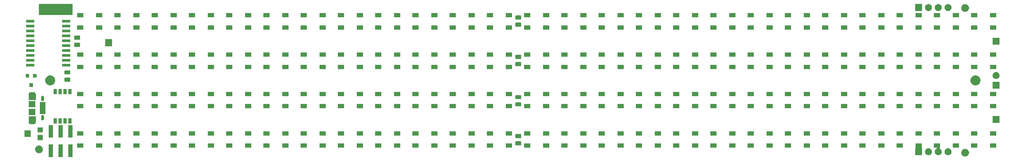
<source format=gbr>
G04 #@! TF.GenerationSoftware,KiCad,Pcbnew,(5.1.5)-3*
G04 #@! TF.CreationDate,2020-07-15T05:41:28-07:00*
G04 #@! TF.ProjectId,pcb,7063622e-6b69-4636-9164-5f7063625858,rev?*
G04 #@! TF.SameCoordinates,Original*
G04 #@! TF.FileFunction,Soldermask,Top*
G04 #@! TF.FilePolarity,Negative*
%FSLAX46Y46*%
G04 Gerber Fmt 4.6, Leading zero omitted, Abs format (unit mm)*
G04 Created by KiCad (PCBNEW (5.1.5)-3) date 2020-07-15 05:41:28*
%MOMM*%
%LPD*%
G04 APERTURE LIST*
%ADD10C,0.000100*%
%ADD11C,0.100000*%
G04 APERTURE END LIST*
D10*
G36*
X26938000Y-107308200D02*
G01*
X26938000Y-105908200D01*
X28688000Y-105908200D01*
X28688000Y-107308200D01*
X28687315Y-107334368D01*
X28685261Y-107360464D01*
X28681844Y-107386417D01*
X28677074Y-107412156D01*
X28670963Y-107437610D01*
X28663528Y-107462708D01*
X28654790Y-107487384D01*
X28644773Y-107511568D01*
X28633503Y-107535195D01*
X28621013Y-107558200D01*
X28607335Y-107580520D01*
X28592508Y-107602093D01*
X28576573Y-107622860D01*
X28559572Y-107642765D01*
X28541553Y-107661753D01*
X28522565Y-107679772D01*
X28502660Y-107696773D01*
X28481893Y-107712708D01*
X28460320Y-107727535D01*
X28438000Y-107741213D01*
X28414995Y-107753703D01*
X28391368Y-107764973D01*
X28367184Y-107774990D01*
X28342508Y-107783728D01*
X28317410Y-107791163D01*
X28291956Y-107797274D01*
X28266217Y-107802044D01*
X28240264Y-107805461D01*
X28214168Y-107807515D01*
X28188000Y-107808200D01*
X27438000Y-107808200D01*
X27411832Y-107807515D01*
X27385736Y-107805461D01*
X27359783Y-107802044D01*
X27334044Y-107797274D01*
X27308590Y-107791163D01*
X27283492Y-107783728D01*
X27258816Y-107774990D01*
X27234632Y-107764973D01*
X27211005Y-107753703D01*
X27188000Y-107741213D01*
X27165680Y-107727535D01*
X27144107Y-107712708D01*
X27123340Y-107696773D01*
X27103435Y-107679772D01*
X27084447Y-107661753D01*
X27066428Y-107642765D01*
X27049427Y-107622860D01*
X27033492Y-107602093D01*
X27018665Y-107580520D01*
X27004987Y-107558200D01*
X26992497Y-107535195D01*
X26981227Y-107511568D01*
X26971210Y-107487384D01*
X26962472Y-107462708D01*
X26955037Y-107437610D01*
X26948926Y-107412156D01*
X26944156Y-107386417D01*
X26940739Y-107360464D01*
X26938685Y-107334368D01*
X26938000Y-107308200D01*
G37*
X26938000Y-107308200D02*
X26938000Y-105908200D01*
X28688000Y-105908200D01*
X28688000Y-107308200D01*
X28687315Y-107334368D01*
X28685261Y-107360464D01*
X28681844Y-107386417D01*
X28677074Y-107412156D01*
X28670963Y-107437610D01*
X28663528Y-107462708D01*
X28654790Y-107487384D01*
X28644773Y-107511568D01*
X28633503Y-107535195D01*
X28621013Y-107558200D01*
X28607335Y-107580520D01*
X28592508Y-107602093D01*
X28576573Y-107622860D01*
X28559572Y-107642765D01*
X28541553Y-107661753D01*
X28522565Y-107679772D01*
X28502660Y-107696773D01*
X28481893Y-107712708D01*
X28460320Y-107727535D01*
X28438000Y-107741213D01*
X28414995Y-107753703D01*
X28391368Y-107764973D01*
X28367184Y-107774990D01*
X28342508Y-107783728D01*
X28317410Y-107791163D01*
X28291956Y-107797274D01*
X28266217Y-107802044D01*
X28240264Y-107805461D01*
X28214168Y-107807515D01*
X28188000Y-107808200D01*
X27438000Y-107808200D01*
X27411832Y-107807515D01*
X27385736Y-107805461D01*
X27359783Y-107802044D01*
X27334044Y-107797274D01*
X27308590Y-107791163D01*
X27283492Y-107783728D01*
X27258816Y-107774990D01*
X27234632Y-107764973D01*
X27211005Y-107753703D01*
X27188000Y-107741213D01*
X27165680Y-107727535D01*
X27144107Y-107712708D01*
X27123340Y-107696773D01*
X27103435Y-107679772D01*
X27084447Y-107661753D01*
X27066428Y-107642765D01*
X27049427Y-107622860D01*
X27033492Y-107602093D01*
X27018665Y-107580520D01*
X27004987Y-107558200D01*
X26992497Y-107535195D01*
X26981227Y-107511568D01*
X26971210Y-107487384D01*
X26962472Y-107462708D01*
X26955037Y-107437610D01*
X26948926Y-107412156D01*
X26944156Y-107386417D01*
X26940739Y-107360464D01*
X26938685Y-107334368D01*
X26938000Y-107308200D01*
G36*
X28688000Y-100108200D02*
G01*
X28688000Y-101508200D01*
X26938000Y-101508200D01*
X26938000Y-100108200D01*
X26938685Y-100082032D01*
X26940739Y-100055936D01*
X26944156Y-100029983D01*
X26948926Y-100004244D01*
X26955037Y-99978790D01*
X26962472Y-99953692D01*
X26971210Y-99929016D01*
X26981227Y-99904832D01*
X26992497Y-99881205D01*
X27004987Y-99858200D01*
X27018665Y-99835880D01*
X27033492Y-99814307D01*
X27049427Y-99793540D01*
X27066428Y-99773635D01*
X27084447Y-99754647D01*
X27103435Y-99736628D01*
X27123340Y-99719627D01*
X27144107Y-99703692D01*
X27165680Y-99688865D01*
X27188000Y-99675187D01*
X27211005Y-99662697D01*
X27234632Y-99651427D01*
X27258816Y-99641410D01*
X27283492Y-99632672D01*
X27308590Y-99625237D01*
X27334044Y-99619126D01*
X27359783Y-99614356D01*
X27385736Y-99610939D01*
X27411832Y-99608885D01*
X27438000Y-99608200D01*
X28188000Y-99608200D01*
X28214168Y-99608885D01*
X28240264Y-99610939D01*
X28266217Y-99614356D01*
X28291956Y-99619126D01*
X28317410Y-99625237D01*
X28342508Y-99632672D01*
X28367184Y-99641410D01*
X28391368Y-99651427D01*
X28414995Y-99662697D01*
X28438000Y-99675187D01*
X28460320Y-99688865D01*
X28481893Y-99703692D01*
X28502660Y-99719627D01*
X28522565Y-99736628D01*
X28541553Y-99754647D01*
X28559572Y-99773635D01*
X28576573Y-99793540D01*
X28592508Y-99814307D01*
X28607335Y-99835880D01*
X28621013Y-99858200D01*
X28633503Y-99881205D01*
X28644773Y-99904832D01*
X28654790Y-99929016D01*
X28663528Y-99953692D01*
X28670963Y-99978790D01*
X28677074Y-100004244D01*
X28681844Y-100029983D01*
X28685261Y-100055936D01*
X28687315Y-100082032D01*
X28688000Y-100108200D01*
G37*
X28688000Y-100108200D02*
X28688000Y-101508200D01*
X26938000Y-101508200D01*
X26938000Y-100108200D01*
X26938685Y-100082032D01*
X26940739Y-100055936D01*
X26944156Y-100029983D01*
X26948926Y-100004244D01*
X26955037Y-99978790D01*
X26962472Y-99953692D01*
X26971210Y-99929016D01*
X26981227Y-99904832D01*
X26992497Y-99881205D01*
X27004987Y-99858200D01*
X27018665Y-99835880D01*
X27033492Y-99814307D01*
X27049427Y-99793540D01*
X27066428Y-99773635D01*
X27084447Y-99754647D01*
X27103435Y-99736628D01*
X27123340Y-99719627D01*
X27144107Y-99703692D01*
X27165680Y-99688865D01*
X27188000Y-99675187D01*
X27211005Y-99662697D01*
X27234632Y-99651427D01*
X27258816Y-99641410D01*
X27283492Y-99632672D01*
X27308590Y-99625237D01*
X27334044Y-99619126D01*
X27359783Y-99614356D01*
X27385736Y-99610939D01*
X27411832Y-99608885D01*
X27438000Y-99608200D01*
X28188000Y-99608200D01*
X28214168Y-99608885D01*
X28240264Y-99610939D01*
X28266217Y-99614356D01*
X28291956Y-99619126D01*
X28317410Y-99625237D01*
X28342508Y-99632672D01*
X28367184Y-99641410D01*
X28391368Y-99651427D01*
X28414995Y-99662697D01*
X28438000Y-99675187D01*
X28460320Y-99688865D01*
X28481893Y-99703692D01*
X28502660Y-99719627D01*
X28522565Y-99736628D01*
X28541553Y-99754647D01*
X28559572Y-99773635D01*
X28576573Y-99793540D01*
X28592508Y-99814307D01*
X28607335Y-99835880D01*
X28621013Y-99858200D01*
X28633503Y-99881205D01*
X28644773Y-99904832D01*
X28654790Y-99929016D01*
X28663528Y-99953692D01*
X28670963Y-99978790D01*
X28677074Y-100004244D01*
X28681844Y-100029983D01*
X28685261Y-100055936D01*
X28687315Y-100082032D01*
X28688000Y-100108200D01*
D11*
G36*
X33190000Y-116419000D02*
G01*
X32088000Y-116419000D01*
X32088000Y-113167000D01*
X33190000Y-113167000D01*
X33190000Y-116419000D01*
G37*
G36*
X35730000Y-116419000D02*
G01*
X34628000Y-116419000D01*
X34628000Y-113167000D01*
X35730000Y-113167000D01*
X35730000Y-116419000D01*
G37*
G36*
X38270000Y-116419000D02*
G01*
X37168000Y-116419000D01*
X37168000Y-113167000D01*
X38270000Y-113167000D01*
X38270000Y-116419000D01*
G37*
G36*
X269822890Y-114341619D02*
G01*
X269887289Y-114354429D01*
X270069278Y-114429811D01*
X270233063Y-114539249D01*
X270372351Y-114678537D01*
X270481789Y-114842322D01*
X270557171Y-115024311D01*
X270557171Y-115024312D01*
X270595600Y-115217507D01*
X270595600Y-115414493D01*
X270569981Y-115543290D01*
X270557171Y-115607689D01*
X270481789Y-115789678D01*
X270372351Y-115953463D01*
X270233063Y-116092751D01*
X270069278Y-116202189D01*
X269887289Y-116277571D01*
X269822890Y-116290381D01*
X269694093Y-116316000D01*
X269497107Y-116316000D01*
X269368310Y-116290381D01*
X269303911Y-116277571D01*
X269121922Y-116202189D01*
X268958137Y-116092751D01*
X268818849Y-115953463D01*
X268709411Y-115789678D01*
X268634029Y-115607689D01*
X268621219Y-115543290D01*
X268595600Y-115414493D01*
X268595600Y-115217507D01*
X268634029Y-115024312D01*
X268634029Y-115024311D01*
X268709411Y-114842322D01*
X268818849Y-114678537D01*
X268958137Y-114539249D01*
X269121922Y-114429811D01*
X269303911Y-114354429D01*
X269368310Y-114341619D01*
X269497107Y-114316000D01*
X269694093Y-114316000D01*
X269822890Y-114341619D01*
G37*
G36*
X265289512Y-114165927D02*
G01*
X265438812Y-114195624D01*
X265602784Y-114263544D01*
X265750354Y-114362147D01*
X265875853Y-114487646D01*
X265974456Y-114635216D01*
X266042376Y-114799188D01*
X266077000Y-114973259D01*
X266077000Y-115150741D01*
X266042376Y-115324812D01*
X265974456Y-115488784D01*
X265875853Y-115636354D01*
X265750354Y-115761853D01*
X265602784Y-115860456D01*
X265438812Y-115928376D01*
X265289512Y-115958073D01*
X265264742Y-115963000D01*
X265087258Y-115963000D01*
X265062488Y-115958073D01*
X264913188Y-115928376D01*
X264749216Y-115860456D01*
X264601646Y-115761853D01*
X264476147Y-115636354D01*
X264377544Y-115488784D01*
X264309624Y-115324812D01*
X264275000Y-115150741D01*
X264275000Y-114973259D01*
X264309624Y-114799188D01*
X264377544Y-114635216D01*
X264476147Y-114487646D01*
X264601646Y-114362147D01*
X264749216Y-114263544D01*
X264913188Y-114195624D01*
X265062488Y-114165927D01*
X265087258Y-114161000D01*
X265264742Y-114161000D01*
X265289512Y-114165927D01*
G37*
G36*
X260209512Y-114165927D02*
G01*
X260358812Y-114195624D01*
X260522784Y-114263544D01*
X260670354Y-114362147D01*
X260795853Y-114487646D01*
X260894456Y-114635216D01*
X260962376Y-114799188D01*
X260997000Y-114973259D01*
X260997000Y-115150741D01*
X260962376Y-115324812D01*
X260894456Y-115488784D01*
X260795853Y-115636354D01*
X260670354Y-115761853D01*
X260522784Y-115860456D01*
X260358812Y-115928376D01*
X260209512Y-115958073D01*
X260184742Y-115963000D01*
X260007258Y-115963000D01*
X259982488Y-115958073D01*
X259833188Y-115928376D01*
X259669216Y-115860456D01*
X259521646Y-115761853D01*
X259396147Y-115636354D01*
X259297544Y-115488784D01*
X259229624Y-115324812D01*
X259195000Y-115150741D01*
X259195000Y-114973259D01*
X259229624Y-114799188D01*
X259297544Y-114635216D01*
X259396147Y-114487646D01*
X259521646Y-114362147D01*
X259669216Y-114263544D01*
X259833188Y-114195624D01*
X259982488Y-114165927D01*
X260007258Y-114161000D01*
X260184742Y-114161000D01*
X260209512Y-114165927D01*
G37*
G36*
X258368600Y-114036001D02*
G01*
X258371002Y-114060387D01*
X258378115Y-114083836D01*
X258389666Y-114105447D01*
X258405211Y-114124389D01*
X258424153Y-114139934D01*
X258445764Y-114151485D01*
X258457000Y-114154893D01*
X258457000Y-115963000D01*
X256655000Y-115963000D01*
X256655000Y-114159680D01*
X256665987Y-114158598D01*
X256689436Y-114151485D01*
X256711047Y-114139934D01*
X256729989Y-114124389D01*
X256745534Y-114105447D01*
X256757085Y-114083836D01*
X256764198Y-114060387D01*
X256766600Y-114036001D01*
X256766600Y-112923300D01*
X258368600Y-112923300D01*
X258368600Y-114036001D01*
G37*
G36*
X263120600Y-114025300D02*
G01*
X263116023Y-114025300D01*
X263091637Y-114027702D01*
X263068188Y-114034815D01*
X263046577Y-114046366D01*
X263027635Y-114061911D01*
X263012090Y-114080853D01*
X263000539Y-114102464D01*
X262993426Y-114125913D01*
X262991024Y-114150299D01*
X262993426Y-114174685D01*
X263000539Y-114198134D01*
X263012090Y-114219745D01*
X263027635Y-114238687D01*
X263046577Y-114254232D01*
X263057918Y-114260294D01*
X263062779Y-114263542D01*
X263062784Y-114263544D01*
X263210354Y-114362147D01*
X263335853Y-114487646D01*
X263434456Y-114635216D01*
X263502376Y-114799188D01*
X263537000Y-114973259D01*
X263537000Y-115150741D01*
X263502376Y-115324812D01*
X263434456Y-115488784D01*
X263335853Y-115636354D01*
X263210354Y-115761853D01*
X263062784Y-115860456D01*
X262898812Y-115928376D01*
X262749512Y-115958073D01*
X262724742Y-115963000D01*
X262547258Y-115963000D01*
X262522488Y-115958073D01*
X262373188Y-115928376D01*
X262209216Y-115860456D01*
X262061646Y-115761853D01*
X261936147Y-115636354D01*
X261837544Y-115488784D01*
X261769624Y-115324812D01*
X261735000Y-115150741D01*
X261735000Y-114973259D01*
X261769624Y-114799188D01*
X261837544Y-114635216D01*
X261936147Y-114487646D01*
X262061646Y-114362147D01*
X262209216Y-114263544D01*
X262209220Y-114263542D01*
X262214086Y-114260291D01*
X262225425Y-114254230D01*
X262244366Y-114238685D01*
X262259911Y-114219743D01*
X262271462Y-114198132D01*
X262278575Y-114174683D01*
X262280976Y-114150296D01*
X262278574Y-114125910D01*
X262271460Y-114102462D01*
X262259908Y-114080851D01*
X262244363Y-114061910D01*
X262225421Y-114046365D01*
X262203810Y-114034814D01*
X262180361Y-114027701D01*
X262155977Y-114025300D01*
X261518600Y-114025300D01*
X261518600Y-112923300D01*
X263120600Y-112923300D01*
X263120600Y-114025300D01*
G37*
G36*
X29818290Y-113452619D02*
G01*
X29882689Y-113465429D01*
X30064678Y-113540811D01*
X30228463Y-113650249D01*
X30367751Y-113789537D01*
X30477189Y-113953322D01*
X30552571Y-114135311D01*
X30555552Y-114150296D01*
X30591000Y-114328507D01*
X30591000Y-114525493D01*
X30569175Y-114635216D01*
X30552571Y-114718689D01*
X30477189Y-114900678D01*
X30367751Y-115064463D01*
X30228463Y-115203751D01*
X30064678Y-115313189D01*
X29882689Y-115388571D01*
X29818290Y-115401381D01*
X29689493Y-115427000D01*
X29492507Y-115427000D01*
X29363710Y-115401381D01*
X29299311Y-115388571D01*
X29117322Y-115313189D01*
X28953537Y-115203751D01*
X28814249Y-115064463D01*
X28704811Y-114900678D01*
X28629429Y-114718689D01*
X28612825Y-114635216D01*
X28591000Y-114525493D01*
X28591000Y-114328507D01*
X28626448Y-114150296D01*
X28629429Y-114135311D01*
X28704811Y-113953322D01*
X28814249Y-113789537D01*
X28953537Y-113650249D01*
X29117322Y-113540811D01*
X29299311Y-113465429D01*
X29363710Y-113452619D01*
X29492507Y-113427000D01*
X29689493Y-113427000D01*
X29818290Y-113452619D01*
G37*
G36*
X229412600Y-114025300D02*
G01*
X227810600Y-114025300D01*
X227810600Y-112923300D01*
X229412600Y-112923300D01*
X229412600Y-114025300D01*
G37*
G36*
X224512600Y-114025300D02*
G01*
X222910600Y-114025300D01*
X222910600Y-112923300D01*
X224512600Y-112923300D01*
X224512600Y-114025300D01*
G37*
G36*
X219760600Y-114025300D02*
G01*
X218158600Y-114025300D01*
X218158600Y-112923300D01*
X219760600Y-112923300D01*
X219760600Y-114025300D01*
G37*
G36*
X214860600Y-114025300D02*
G01*
X213258600Y-114025300D01*
X213258600Y-112923300D01*
X214860600Y-112923300D01*
X214860600Y-114025300D01*
G37*
G36*
X210108600Y-114025300D02*
G01*
X208506600Y-114025300D01*
X208506600Y-112923300D01*
X210108600Y-112923300D01*
X210108600Y-114025300D01*
G37*
G36*
X205208600Y-114025300D02*
G01*
X203606600Y-114025300D01*
X203606600Y-112923300D01*
X205208600Y-112923300D01*
X205208600Y-114025300D01*
G37*
G36*
X200456600Y-114025300D02*
G01*
X198854600Y-114025300D01*
X198854600Y-112923300D01*
X200456600Y-112923300D01*
X200456600Y-114025300D01*
G37*
G36*
X195556600Y-114025300D02*
G01*
X193954600Y-114025300D01*
X193954600Y-112923300D01*
X195556600Y-112923300D01*
X195556600Y-114025300D01*
G37*
G36*
X190804600Y-114025300D02*
G01*
X189202600Y-114025300D01*
X189202600Y-112923300D01*
X190804600Y-112923300D01*
X190804600Y-114025300D01*
G37*
G36*
X185904600Y-114025300D02*
G01*
X184302600Y-114025300D01*
X184302600Y-112923300D01*
X185904600Y-112923300D01*
X185904600Y-114025300D01*
G37*
G36*
X243816600Y-114025300D02*
G01*
X242214600Y-114025300D01*
X242214600Y-112923300D01*
X243816600Y-112923300D01*
X243816600Y-114025300D01*
G37*
G36*
X176252600Y-114025300D02*
G01*
X174650600Y-114025300D01*
X174650600Y-112923300D01*
X176252600Y-112923300D01*
X176252600Y-114025300D01*
G37*
G36*
X171500600Y-114025300D02*
G01*
X169898600Y-114025300D01*
X169898600Y-112923300D01*
X171500600Y-112923300D01*
X171500600Y-114025300D01*
G37*
G36*
X166600600Y-114025300D02*
G01*
X164998600Y-114025300D01*
X164998600Y-112923300D01*
X166600600Y-112923300D01*
X166600600Y-114025300D01*
G37*
G36*
X161848600Y-114025300D02*
G01*
X160246600Y-114025300D01*
X160246600Y-112923300D01*
X161848600Y-112923300D01*
X161848600Y-114025300D01*
G37*
G36*
X156948600Y-114025300D02*
G01*
X155346600Y-114025300D01*
X155346600Y-112923300D01*
X156948600Y-112923300D01*
X156948600Y-114025300D01*
G37*
G36*
X41124600Y-114025300D02*
G01*
X39522600Y-114025300D01*
X39522600Y-112923300D01*
X41124600Y-112923300D01*
X41124600Y-114025300D01*
G37*
G36*
X46024600Y-114025300D02*
G01*
X44422600Y-114025300D01*
X44422600Y-112923300D01*
X46024600Y-112923300D01*
X46024600Y-114025300D01*
G37*
G36*
X55676600Y-114025300D02*
G01*
X54074600Y-114025300D01*
X54074600Y-112923300D01*
X55676600Y-112923300D01*
X55676600Y-114025300D01*
G37*
G36*
X50776600Y-114025300D02*
G01*
X49174600Y-114025300D01*
X49174600Y-112923300D01*
X50776600Y-112923300D01*
X50776600Y-114025300D01*
G37*
G36*
X65328600Y-114025300D02*
G01*
X63726600Y-114025300D01*
X63726600Y-112923300D01*
X65328600Y-112923300D01*
X65328600Y-114025300D01*
G37*
G36*
X60428600Y-114025300D02*
G01*
X58826600Y-114025300D01*
X58826600Y-112923300D01*
X60428600Y-112923300D01*
X60428600Y-114025300D01*
G37*
G36*
X74980600Y-114025300D02*
G01*
X73378600Y-114025300D01*
X73378600Y-112923300D01*
X74980600Y-112923300D01*
X74980600Y-114025300D01*
G37*
G36*
X253468600Y-114025300D02*
G01*
X251866600Y-114025300D01*
X251866600Y-112923300D01*
X253468600Y-112923300D01*
X253468600Y-114025300D01*
G37*
G36*
X239064600Y-114025300D02*
G01*
X237462600Y-114025300D01*
X237462600Y-112923300D01*
X239064600Y-112923300D01*
X239064600Y-114025300D01*
G37*
G36*
X142544600Y-114025300D02*
G01*
X140942600Y-114025300D01*
X140942600Y-112923300D01*
X142544600Y-112923300D01*
X142544600Y-114025300D01*
G37*
G36*
X84632600Y-114025300D02*
G01*
X83030600Y-114025300D01*
X83030600Y-112923300D01*
X84632600Y-112923300D01*
X84632600Y-114025300D01*
G37*
G36*
X79732600Y-114025300D02*
G01*
X78130600Y-114025300D01*
X78130600Y-112923300D01*
X79732600Y-112923300D01*
X79732600Y-114025300D01*
G37*
G36*
X94284600Y-114025300D02*
G01*
X92682600Y-114025300D01*
X92682600Y-112923300D01*
X94284600Y-112923300D01*
X94284600Y-114025300D01*
G37*
G36*
X89384600Y-114025300D02*
G01*
X87782600Y-114025300D01*
X87782600Y-112923300D01*
X89384600Y-112923300D01*
X89384600Y-114025300D01*
G37*
G36*
X103936600Y-114025300D02*
G01*
X102334600Y-114025300D01*
X102334600Y-112923300D01*
X103936600Y-112923300D01*
X103936600Y-114025300D01*
G37*
G36*
X99036600Y-114025300D02*
G01*
X97434600Y-114025300D01*
X97434600Y-112923300D01*
X99036600Y-112923300D01*
X99036600Y-114025300D01*
G37*
G36*
X113588600Y-114025300D02*
G01*
X111986600Y-114025300D01*
X111986600Y-112923300D01*
X113588600Y-112923300D01*
X113588600Y-114025300D01*
G37*
G36*
X108688600Y-114025300D02*
G01*
X107086600Y-114025300D01*
X107086600Y-112923300D01*
X108688600Y-112923300D01*
X108688600Y-114025300D01*
G37*
G36*
X123240600Y-114025300D02*
G01*
X121638600Y-114025300D01*
X121638600Y-112923300D01*
X123240600Y-112923300D01*
X123240600Y-114025300D01*
G37*
G36*
X118340600Y-114025300D02*
G01*
X116738600Y-114025300D01*
X116738600Y-112923300D01*
X118340600Y-112923300D01*
X118340600Y-114025300D01*
G37*
G36*
X132892600Y-114025300D02*
G01*
X131290600Y-114025300D01*
X131290600Y-112923300D01*
X132892600Y-112923300D01*
X132892600Y-114025300D01*
G37*
G36*
X127992600Y-114025300D02*
G01*
X126390600Y-114025300D01*
X126390600Y-112923300D01*
X127992600Y-112923300D01*
X127992600Y-114025300D01*
G37*
G36*
X70080600Y-114025300D02*
G01*
X68478600Y-114025300D01*
X68478600Y-112923300D01*
X70080600Y-112923300D01*
X70080600Y-114025300D01*
G37*
G36*
X137644600Y-114025300D02*
G01*
X136042600Y-114025300D01*
X136042600Y-112923300D01*
X137644600Y-112923300D01*
X137644600Y-114025300D01*
G37*
G36*
X152196600Y-114025300D02*
G01*
X150594600Y-114025300D01*
X150594600Y-112923300D01*
X152196600Y-112923300D01*
X152196600Y-114025300D01*
G37*
G36*
X147296600Y-114025300D02*
G01*
X145694600Y-114025300D01*
X145694600Y-112923300D01*
X147296600Y-112923300D01*
X147296600Y-114025300D01*
G37*
G36*
X248716600Y-114025300D02*
G01*
X247114600Y-114025300D01*
X247114600Y-112923300D01*
X248716600Y-112923300D01*
X248716600Y-114025300D01*
G37*
G36*
X268020600Y-114025300D02*
G01*
X266418600Y-114025300D01*
X266418600Y-112923300D01*
X268020600Y-112923300D01*
X268020600Y-114025300D01*
G37*
G36*
X272772600Y-114025300D02*
G01*
X271170600Y-114025300D01*
X271170600Y-112923300D01*
X272772600Y-112923300D01*
X272772600Y-114025300D01*
G37*
G36*
X277672600Y-114025300D02*
G01*
X276070600Y-114025300D01*
X276070600Y-112923300D01*
X277672600Y-112923300D01*
X277672600Y-114025300D01*
G37*
G36*
X181152600Y-114025300D02*
G01*
X179550600Y-114025300D01*
X179550600Y-112923300D01*
X181152600Y-112923300D01*
X181152600Y-114025300D01*
G37*
G36*
X234164600Y-114025300D02*
G01*
X232562600Y-114025300D01*
X232562600Y-112923300D01*
X234164600Y-112923300D01*
X234164600Y-114025300D01*
G37*
G36*
X154381468Y-112339065D02*
G01*
X154420138Y-112350796D01*
X154455777Y-112369846D01*
X154487017Y-112395483D01*
X154512654Y-112426723D01*
X154531704Y-112462362D01*
X154543435Y-112501032D01*
X154548000Y-112547388D01*
X154548000Y-113198612D01*
X154543435Y-113244968D01*
X154531704Y-113283638D01*
X154512654Y-113319277D01*
X154487017Y-113350517D01*
X154455777Y-113376154D01*
X154420138Y-113395204D01*
X154381468Y-113406935D01*
X154335112Y-113411500D01*
X153258888Y-113411500D01*
X153212532Y-113406935D01*
X153173862Y-113395204D01*
X153138223Y-113376154D01*
X153106983Y-113350517D01*
X153081346Y-113319277D01*
X153062296Y-113283638D01*
X153050565Y-113244968D01*
X153046000Y-113198612D01*
X153046000Y-112547388D01*
X153050565Y-112501032D01*
X153062296Y-112462362D01*
X153081346Y-112426723D01*
X153106983Y-112395483D01*
X153138223Y-112369846D01*
X153173862Y-112350796D01*
X153212532Y-112339065D01*
X153258888Y-112334500D01*
X154335112Y-112334500D01*
X154381468Y-112339065D01*
G37*
G36*
X30571000Y-112014000D02*
G01*
X29269000Y-112014000D01*
X29269000Y-110712000D01*
X30571000Y-110712000D01*
X30571000Y-112014000D01*
G37*
G36*
X154381468Y-110464065D02*
G01*
X154420138Y-110475796D01*
X154455777Y-110494846D01*
X154487017Y-110520483D01*
X154512654Y-110551723D01*
X154531704Y-110587362D01*
X154543435Y-110626032D01*
X154548000Y-110672388D01*
X154548000Y-111323612D01*
X154543435Y-111369968D01*
X154531704Y-111408638D01*
X154512654Y-111444277D01*
X154487017Y-111475517D01*
X154455777Y-111501154D01*
X154420138Y-111520204D01*
X154381468Y-111531935D01*
X154335112Y-111536500D01*
X153258888Y-111536500D01*
X153212532Y-111531935D01*
X153173862Y-111520204D01*
X153138223Y-111501154D01*
X153106983Y-111475517D01*
X153081346Y-111444277D01*
X153062296Y-111408638D01*
X153050565Y-111369968D01*
X153046000Y-111323612D01*
X153046000Y-110672388D01*
X153050565Y-110626032D01*
X153062296Y-110587362D01*
X153081346Y-110551723D01*
X153106983Y-110520483D01*
X153138223Y-110494846D01*
X153173862Y-110475796D01*
X153212532Y-110464065D01*
X153258888Y-110459500D01*
X154335112Y-110459500D01*
X154381468Y-110464065D01*
G37*
G36*
X35730000Y-111369000D02*
G01*
X34628000Y-111369000D01*
X34628000Y-108117000D01*
X35730000Y-108117000D01*
X35730000Y-111369000D01*
G37*
G36*
X38270000Y-111369000D02*
G01*
X37168000Y-111369000D01*
X37168000Y-108117000D01*
X38270000Y-108117000D01*
X38270000Y-111369000D01*
G37*
G36*
X33190000Y-111369000D02*
G01*
X32088000Y-111369000D01*
X32088000Y-108117000D01*
X33190000Y-108117000D01*
X33190000Y-111369000D01*
G37*
G36*
X27471000Y-111214000D02*
G01*
X25869000Y-111214000D01*
X25869000Y-109512000D01*
X27471000Y-109512000D01*
X27471000Y-111214000D01*
G37*
G36*
X60428600Y-110825300D02*
G01*
X58826600Y-110825300D01*
X58826600Y-109723300D01*
X60428600Y-109723300D01*
X60428600Y-110825300D01*
G37*
G36*
X74980600Y-110825300D02*
G01*
X73378600Y-110825300D01*
X73378600Y-109723300D01*
X74980600Y-109723300D01*
X74980600Y-110825300D01*
G37*
G36*
X152196600Y-110825300D02*
G01*
X150594600Y-110825300D01*
X150594600Y-109723300D01*
X152196600Y-109723300D01*
X152196600Y-110825300D01*
G37*
G36*
X248716600Y-110825300D02*
G01*
X247114600Y-110825300D01*
X247114600Y-109723300D01*
X248716600Y-109723300D01*
X248716600Y-110825300D01*
G37*
G36*
X214860600Y-110825300D02*
G01*
X213258600Y-110825300D01*
X213258600Y-109723300D01*
X214860600Y-109723300D01*
X214860600Y-110825300D01*
G37*
G36*
X219760600Y-110825300D02*
G01*
X218158600Y-110825300D01*
X218158600Y-109723300D01*
X219760600Y-109723300D01*
X219760600Y-110825300D01*
G37*
G36*
X224512600Y-110825300D02*
G01*
X222910600Y-110825300D01*
X222910600Y-109723300D01*
X224512600Y-109723300D01*
X224512600Y-110825300D01*
G37*
G36*
X229412600Y-110825300D02*
G01*
X227810600Y-110825300D01*
X227810600Y-109723300D01*
X229412600Y-109723300D01*
X229412600Y-110825300D01*
G37*
G36*
X234164600Y-110825300D02*
G01*
X232562600Y-110825300D01*
X232562600Y-109723300D01*
X234164600Y-109723300D01*
X234164600Y-110825300D01*
G37*
G36*
X239064600Y-110825300D02*
G01*
X237462600Y-110825300D01*
X237462600Y-109723300D01*
X239064600Y-109723300D01*
X239064600Y-110825300D01*
G37*
G36*
X243816600Y-110825300D02*
G01*
X242214600Y-110825300D01*
X242214600Y-109723300D01*
X243816600Y-109723300D01*
X243816600Y-110825300D01*
G37*
G36*
X89384600Y-110825300D02*
G01*
X87782600Y-110825300D01*
X87782600Y-109723300D01*
X89384600Y-109723300D01*
X89384600Y-110825300D01*
G37*
G36*
X263120600Y-110825300D02*
G01*
X261518600Y-110825300D01*
X261518600Y-109723300D01*
X263120600Y-109723300D01*
X263120600Y-110825300D01*
G37*
G36*
X268020600Y-110825300D02*
G01*
X266418600Y-110825300D01*
X266418600Y-109723300D01*
X268020600Y-109723300D01*
X268020600Y-110825300D01*
G37*
G36*
X272772600Y-110825300D02*
G01*
X271170600Y-110825300D01*
X271170600Y-109723300D01*
X272772600Y-109723300D01*
X272772600Y-110825300D01*
G37*
G36*
X277672600Y-110825300D02*
G01*
X276070600Y-110825300D01*
X276070600Y-109723300D01*
X277672600Y-109723300D01*
X277672600Y-110825300D01*
G37*
G36*
X210108600Y-110825300D02*
G01*
X208506600Y-110825300D01*
X208506600Y-109723300D01*
X210108600Y-109723300D01*
X210108600Y-110825300D01*
G37*
G36*
X70080600Y-110825300D02*
G01*
X68478600Y-110825300D01*
X68478600Y-109723300D01*
X70080600Y-109723300D01*
X70080600Y-110825300D01*
G37*
G36*
X205208600Y-110825300D02*
G01*
X203606600Y-110825300D01*
X203606600Y-109723300D01*
X205208600Y-109723300D01*
X205208600Y-110825300D01*
G37*
G36*
X79732600Y-110825300D02*
G01*
X78130600Y-110825300D01*
X78130600Y-109723300D01*
X79732600Y-109723300D01*
X79732600Y-110825300D01*
G37*
G36*
X195556600Y-110825300D02*
G01*
X193954600Y-110825300D01*
X193954600Y-109723300D01*
X195556600Y-109723300D01*
X195556600Y-110825300D01*
G37*
G36*
X84632600Y-110825300D02*
G01*
X83030600Y-110825300D01*
X83030600Y-109723300D01*
X84632600Y-109723300D01*
X84632600Y-110825300D01*
G37*
G36*
X190804600Y-110825300D02*
G01*
X189202600Y-110825300D01*
X189202600Y-109723300D01*
X190804600Y-109723300D01*
X190804600Y-110825300D01*
G37*
G36*
X253468600Y-110825300D02*
G01*
X251866600Y-110825300D01*
X251866600Y-109723300D01*
X253468600Y-109723300D01*
X253468600Y-110825300D01*
G37*
G36*
X258368600Y-110825300D02*
G01*
X256766600Y-110825300D01*
X256766600Y-109723300D01*
X258368600Y-109723300D01*
X258368600Y-110825300D01*
G37*
G36*
X65328600Y-110825300D02*
G01*
X63726600Y-110825300D01*
X63726600Y-109723300D01*
X65328600Y-109723300D01*
X65328600Y-110825300D01*
G37*
G36*
X108688600Y-110825300D02*
G01*
X107086600Y-110825300D01*
X107086600Y-109723300D01*
X108688600Y-109723300D01*
X108688600Y-110825300D01*
G37*
G36*
X156948600Y-110825300D02*
G01*
X155346600Y-110825300D01*
X155346600Y-109723300D01*
X156948600Y-109723300D01*
X156948600Y-110825300D01*
G37*
G36*
X118340600Y-110825300D02*
G01*
X116738600Y-110825300D01*
X116738600Y-109723300D01*
X118340600Y-109723300D01*
X118340600Y-110825300D01*
G37*
G36*
X161848600Y-110825300D02*
G01*
X160246600Y-110825300D01*
X160246600Y-109723300D01*
X161848600Y-109723300D01*
X161848600Y-110825300D01*
G37*
G36*
X113588600Y-110825300D02*
G01*
X111986600Y-110825300D01*
X111986600Y-109723300D01*
X113588600Y-109723300D01*
X113588600Y-110825300D01*
G37*
G36*
X166600600Y-110825300D02*
G01*
X164998600Y-110825300D01*
X164998600Y-109723300D01*
X166600600Y-109723300D01*
X166600600Y-110825300D01*
G37*
G36*
X185904600Y-110825300D02*
G01*
X184302600Y-110825300D01*
X184302600Y-109723300D01*
X185904600Y-109723300D01*
X185904600Y-110825300D01*
G37*
G36*
X171500600Y-110825300D02*
G01*
X169898600Y-110825300D01*
X169898600Y-109723300D01*
X171500600Y-109723300D01*
X171500600Y-110825300D01*
G37*
G36*
X103936600Y-110825300D02*
G01*
X102334600Y-110825300D01*
X102334600Y-109723300D01*
X103936600Y-109723300D01*
X103936600Y-110825300D01*
G37*
G36*
X176252600Y-110825300D02*
G01*
X174650600Y-110825300D01*
X174650600Y-109723300D01*
X176252600Y-109723300D01*
X176252600Y-110825300D01*
G37*
G36*
X99036600Y-110825300D02*
G01*
X97434600Y-110825300D01*
X97434600Y-109723300D01*
X99036600Y-109723300D01*
X99036600Y-110825300D01*
G37*
G36*
X181152600Y-110825300D02*
G01*
X179550600Y-110825300D01*
X179550600Y-109723300D01*
X181152600Y-109723300D01*
X181152600Y-110825300D01*
G37*
G36*
X200456600Y-110825300D02*
G01*
X198854600Y-110825300D01*
X198854600Y-109723300D01*
X200456600Y-109723300D01*
X200456600Y-110825300D01*
G37*
G36*
X147296600Y-110825300D02*
G01*
X145694600Y-110825300D01*
X145694600Y-109723300D01*
X147296600Y-109723300D01*
X147296600Y-110825300D01*
G37*
G36*
X142544600Y-110825300D02*
G01*
X140942600Y-110825300D01*
X140942600Y-109723300D01*
X142544600Y-109723300D01*
X142544600Y-110825300D01*
G37*
G36*
X50776600Y-110825300D02*
G01*
X49174600Y-110825300D01*
X49174600Y-109723300D01*
X50776600Y-109723300D01*
X50776600Y-110825300D01*
G37*
G36*
X137644600Y-110825300D02*
G01*
X136042600Y-110825300D01*
X136042600Y-109723300D01*
X137644600Y-109723300D01*
X137644600Y-110825300D01*
G37*
G36*
X55676600Y-110825300D02*
G01*
X54074600Y-110825300D01*
X54074600Y-109723300D01*
X55676600Y-109723300D01*
X55676600Y-110825300D01*
G37*
G36*
X132892600Y-110825300D02*
G01*
X131290600Y-110825300D01*
X131290600Y-109723300D01*
X132892600Y-109723300D01*
X132892600Y-110825300D01*
G37*
G36*
X127992600Y-110825300D02*
G01*
X126390600Y-110825300D01*
X126390600Y-109723300D01*
X127992600Y-109723300D01*
X127992600Y-110825300D01*
G37*
G36*
X46024600Y-110825300D02*
G01*
X44422600Y-110825300D01*
X44422600Y-109723300D01*
X46024600Y-109723300D01*
X46024600Y-110825300D01*
G37*
G36*
X123240600Y-110825300D02*
G01*
X121638600Y-110825300D01*
X121638600Y-109723300D01*
X123240600Y-109723300D01*
X123240600Y-110825300D01*
G37*
G36*
X41124600Y-110825300D02*
G01*
X39522600Y-110825300D01*
X39522600Y-109723300D01*
X41124600Y-109723300D01*
X41124600Y-110825300D01*
G37*
G36*
X94284600Y-110825300D02*
G01*
X92682600Y-110825300D01*
X92682600Y-109723300D01*
X94284600Y-109723300D01*
X94284600Y-110825300D01*
G37*
G36*
X30571000Y-110014000D02*
G01*
X29269000Y-110014000D01*
X29269000Y-108712000D01*
X30571000Y-108712000D01*
X30571000Y-110014000D01*
G37*
G36*
X35483000Y-107747000D02*
G01*
X34621000Y-107747000D01*
X34621000Y-106375000D01*
X35483000Y-106375000D01*
X35483000Y-107747000D01*
G37*
G36*
X36753000Y-107747000D02*
G01*
X35891000Y-107747000D01*
X35891000Y-106375000D01*
X36753000Y-106375000D01*
X36753000Y-107747000D01*
G37*
G36*
X38023000Y-107747000D02*
G01*
X37161000Y-107747000D01*
X37161000Y-106375000D01*
X38023000Y-106375000D01*
X38023000Y-107747000D01*
G37*
G36*
X34213000Y-107747000D02*
G01*
X33351000Y-107747000D01*
X33351000Y-106375000D01*
X34213000Y-106375000D01*
X34213000Y-107747000D01*
G37*
G36*
X28243511Y-106771815D02*
G01*
X28286461Y-106776045D01*
X28347612Y-106794595D01*
X28369122Y-106801120D01*
X28445295Y-106841836D01*
X28512067Y-106896633D01*
X28566864Y-106963405D01*
X28607580Y-107039578D01*
X28607581Y-107039582D01*
X28632655Y-107122239D01*
X28641121Y-107208200D01*
X28632655Y-107294161D01*
X28614105Y-107355312D01*
X28607580Y-107376822D01*
X28566864Y-107452995D01*
X28512067Y-107519767D01*
X28445295Y-107574564D01*
X28369122Y-107615280D01*
X28347612Y-107621805D01*
X28286461Y-107640355D01*
X28243511Y-107644585D01*
X28222037Y-107646700D01*
X27403963Y-107646700D01*
X27382489Y-107644585D01*
X27339539Y-107640355D01*
X27278388Y-107621805D01*
X27256878Y-107615280D01*
X27180705Y-107574564D01*
X27113933Y-107519767D01*
X27059136Y-107452995D01*
X27018420Y-107376822D01*
X27011895Y-107355312D01*
X26993345Y-107294161D01*
X26984879Y-107208200D01*
X26993345Y-107122239D01*
X27018419Y-107039582D01*
X27018420Y-107039578D01*
X27059136Y-106963405D01*
X27113933Y-106896633D01*
X27180705Y-106841836D01*
X27256878Y-106801120D01*
X27278388Y-106794595D01*
X27339539Y-106776045D01*
X27382489Y-106771815D01*
X27403963Y-106769700D01*
X28222037Y-106769700D01*
X28243511Y-106771815D01*
G37*
G36*
X278523000Y-107581000D02*
G01*
X276721000Y-107581000D01*
X276721000Y-105779000D01*
X278523000Y-105779000D01*
X278523000Y-107581000D01*
G37*
G36*
X30533512Y-105506796D02*
G01*
X30545646Y-105508596D01*
X30586710Y-105512640D01*
X30657585Y-105534140D01*
X30722904Y-105569054D01*
X30780159Y-105616041D01*
X30827146Y-105673296D01*
X30862060Y-105738615D01*
X30883560Y-105809490D01*
X30889000Y-105864728D01*
X30889000Y-106551672D01*
X30883560Y-106606910D01*
X30862060Y-106677785D01*
X30827146Y-106743104D01*
X30780159Y-106800359D01*
X30722906Y-106847345D01*
X30657583Y-106882260D01*
X30586709Y-106903760D01*
X30513000Y-106911019D01*
X30439290Y-106903760D01*
X30368415Y-106882260D01*
X30303096Y-106847346D01*
X30245841Y-106800359D01*
X30198855Y-106743106D01*
X30163940Y-106677783D01*
X30142440Y-106606909D01*
X30137000Y-106551671D01*
X30137001Y-105864728D01*
X30142441Y-105809490D01*
X30163941Y-105738615D01*
X30198855Y-105673296D01*
X30245842Y-105616041D01*
X30303097Y-105569054D01*
X30368416Y-105534140D01*
X30439291Y-105512640D01*
X30480355Y-105508596D01*
X30504388Y-105503816D01*
X30512547Y-105500436D01*
X30533512Y-105506796D01*
G37*
G36*
X28639000Y-105509200D02*
G01*
X26987000Y-105509200D01*
X26987000Y-103907200D01*
X28639000Y-103907200D01*
X28639000Y-105509200D01*
G37*
G36*
X30521612Y-102151818D02*
G01*
X30545645Y-102156598D01*
X30557897Y-102157200D01*
X31239000Y-102157200D01*
X31239000Y-105259200D01*
X30557898Y-105259200D01*
X30533512Y-105261602D01*
X30512547Y-105267962D01*
X30504388Y-105264582D01*
X30480355Y-105259802D01*
X30468103Y-105259200D01*
X29787000Y-105259200D01*
X29787000Y-102157200D01*
X30468102Y-102157200D01*
X30492488Y-102154798D01*
X30513453Y-102148438D01*
X30521612Y-102151818D01*
G37*
G36*
X272772600Y-103789100D02*
G01*
X271170600Y-103789100D01*
X271170600Y-102687100D01*
X272772600Y-102687100D01*
X272772600Y-103789100D01*
G37*
G36*
X210108600Y-103789100D02*
G01*
X208506600Y-103789100D01*
X208506600Y-102687100D01*
X210108600Y-102687100D01*
X210108600Y-103789100D01*
G37*
G36*
X268020600Y-103789100D02*
G01*
X266418600Y-103789100D01*
X266418600Y-102687100D01*
X268020600Y-102687100D01*
X268020600Y-103789100D01*
G37*
G36*
X263120600Y-103789100D02*
G01*
X261518600Y-103789100D01*
X261518600Y-102687100D01*
X263120600Y-102687100D01*
X263120600Y-103789100D01*
G37*
G36*
X253468600Y-103789100D02*
G01*
X251866600Y-103789100D01*
X251866600Y-102687100D01*
X253468600Y-102687100D01*
X253468600Y-103789100D01*
G37*
G36*
X248716600Y-103789100D02*
G01*
X247114600Y-103789100D01*
X247114600Y-102687100D01*
X248716600Y-102687100D01*
X248716600Y-103789100D01*
G37*
G36*
X243816600Y-103789100D02*
G01*
X242214600Y-103789100D01*
X242214600Y-102687100D01*
X243816600Y-102687100D01*
X243816600Y-103789100D01*
G37*
G36*
X239064600Y-103789100D02*
G01*
X237462600Y-103789100D01*
X237462600Y-102687100D01*
X239064600Y-102687100D01*
X239064600Y-103789100D01*
G37*
G36*
X234164600Y-103789100D02*
G01*
X232562600Y-103789100D01*
X232562600Y-102687100D01*
X234164600Y-102687100D01*
X234164600Y-103789100D01*
G37*
G36*
X176252600Y-103789100D02*
G01*
X174650600Y-103789100D01*
X174650600Y-102687100D01*
X176252600Y-102687100D01*
X176252600Y-103789100D01*
G37*
G36*
X229412600Y-103789100D02*
G01*
X227810600Y-103789100D01*
X227810600Y-102687100D01*
X229412600Y-102687100D01*
X229412600Y-103789100D01*
G37*
G36*
X224512600Y-103789100D02*
G01*
X222910600Y-103789100D01*
X222910600Y-102687100D01*
X224512600Y-102687100D01*
X224512600Y-103789100D01*
G37*
G36*
X219760600Y-103789100D02*
G01*
X218158600Y-103789100D01*
X218158600Y-102687100D01*
X219760600Y-102687100D01*
X219760600Y-103789100D01*
G37*
G36*
X214860600Y-103789100D02*
G01*
X213258600Y-103789100D01*
X213258600Y-102687100D01*
X214860600Y-102687100D01*
X214860600Y-103789100D01*
G37*
G36*
X205208600Y-103789100D02*
G01*
X203606600Y-103789100D01*
X203606600Y-102687100D01*
X205208600Y-102687100D01*
X205208600Y-103789100D01*
G37*
G36*
X200456600Y-103789100D02*
G01*
X198854600Y-103789100D01*
X198854600Y-102687100D01*
X200456600Y-102687100D01*
X200456600Y-103789100D01*
G37*
G36*
X195556600Y-103789100D02*
G01*
X193954600Y-103789100D01*
X193954600Y-102687100D01*
X195556600Y-102687100D01*
X195556600Y-103789100D01*
G37*
G36*
X190804600Y-103789100D02*
G01*
X189202600Y-103789100D01*
X189202600Y-102687100D01*
X190804600Y-102687100D01*
X190804600Y-103789100D01*
G37*
G36*
X185904600Y-103789100D02*
G01*
X184302600Y-103789100D01*
X184302600Y-102687100D01*
X185904600Y-102687100D01*
X185904600Y-103789100D01*
G37*
G36*
X181152600Y-103789100D02*
G01*
X179550600Y-103789100D01*
X179550600Y-102687100D01*
X181152600Y-102687100D01*
X181152600Y-103789100D01*
G37*
G36*
X55676600Y-103789100D02*
G01*
X54074600Y-103789100D01*
X54074600Y-102687100D01*
X55676600Y-102687100D01*
X55676600Y-103789100D01*
G37*
G36*
X60428600Y-103789100D02*
G01*
X58826600Y-103789100D01*
X58826600Y-102687100D01*
X60428600Y-102687100D01*
X60428600Y-103789100D01*
G37*
G36*
X50776600Y-103789100D02*
G01*
X49174600Y-103789100D01*
X49174600Y-102687100D01*
X50776600Y-102687100D01*
X50776600Y-103789100D01*
G37*
G36*
X46024600Y-103789100D02*
G01*
X44422600Y-103789100D01*
X44422600Y-102687100D01*
X46024600Y-102687100D01*
X46024600Y-103789100D01*
G37*
G36*
X41124600Y-103789100D02*
G01*
X39522600Y-103789100D01*
X39522600Y-102687100D01*
X41124600Y-102687100D01*
X41124600Y-103789100D01*
G37*
G36*
X123240600Y-103789100D02*
G01*
X121638600Y-103789100D01*
X121638600Y-102687100D01*
X123240600Y-102687100D01*
X123240600Y-103789100D01*
G37*
G36*
X277672600Y-103789100D02*
G01*
X276070600Y-103789100D01*
X276070600Y-102687100D01*
X277672600Y-102687100D01*
X277672600Y-103789100D01*
G37*
G36*
X65328600Y-103789100D02*
G01*
X63726600Y-103789100D01*
X63726600Y-102687100D01*
X65328600Y-102687100D01*
X65328600Y-103789100D01*
G37*
G36*
X171500600Y-103789100D02*
G01*
X169898600Y-103789100D01*
X169898600Y-102687100D01*
X171500600Y-102687100D01*
X171500600Y-103789100D01*
G37*
G36*
X166600600Y-103789100D02*
G01*
X164998600Y-103789100D01*
X164998600Y-102687100D01*
X166600600Y-102687100D01*
X166600600Y-103789100D01*
G37*
G36*
X161848600Y-103789100D02*
G01*
X160246600Y-103789100D01*
X160246600Y-102687100D01*
X161848600Y-102687100D01*
X161848600Y-103789100D01*
G37*
G36*
X156948600Y-103789100D02*
G01*
X155346600Y-103789100D01*
X155346600Y-102687100D01*
X156948600Y-102687100D01*
X156948600Y-103789100D01*
G37*
G36*
X152196600Y-103789100D02*
G01*
X150594600Y-103789100D01*
X150594600Y-102687100D01*
X152196600Y-102687100D01*
X152196600Y-103789100D01*
G37*
G36*
X147296600Y-103789100D02*
G01*
X145694600Y-103789100D01*
X145694600Y-102687100D01*
X147296600Y-102687100D01*
X147296600Y-103789100D01*
G37*
G36*
X142544600Y-103789100D02*
G01*
X140942600Y-103789100D01*
X140942600Y-102687100D01*
X142544600Y-102687100D01*
X142544600Y-103789100D01*
G37*
G36*
X137644600Y-103789100D02*
G01*
X136042600Y-103789100D01*
X136042600Y-102687100D01*
X137644600Y-102687100D01*
X137644600Y-103789100D01*
G37*
G36*
X132892600Y-103789100D02*
G01*
X131290600Y-103789100D01*
X131290600Y-102687100D01*
X132892600Y-102687100D01*
X132892600Y-103789100D01*
G37*
G36*
X127992600Y-103789100D02*
G01*
X126390600Y-103789100D01*
X126390600Y-102687100D01*
X127992600Y-102687100D01*
X127992600Y-103789100D01*
G37*
G36*
X118340600Y-103789100D02*
G01*
X116738600Y-103789100D01*
X116738600Y-102687100D01*
X118340600Y-102687100D01*
X118340600Y-103789100D01*
G37*
G36*
X113588600Y-103789100D02*
G01*
X111986600Y-103789100D01*
X111986600Y-102687100D01*
X113588600Y-102687100D01*
X113588600Y-103789100D01*
G37*
G36*
X108688600Y-103789100D02*
G01*
X107086600Y-103789100D01*
X107086600Y-102687100D01*
X108688600Y-102687100D01*
X108688600Y-103789100D01*
G37*
G36*
X103936600Y-103789100D02*
G01*
X102334600Y-103789100D01*
X102334600Y-102687100D01*
X103936600Y-102687100D01*
X103936600Y-103789100D01*
G37*
G36*
X99036600Y-103789100D02*
G01*
X97434600Y-103789100D01*
X97434600Y-102687100D01*
X99036600Y-102687100D01*
X99036600Y-103789100D01*
G37*
G36*
X94284600Y-103789100D02*
G01*
X92682600Y-103789100D01*
X92682600Y-102687100D01*
X94284600Y-102687100D01*
X94284600Y-103789100D01*
G37*
G36*
X89384600Y-103789100D02*
G01*
X87782600Y-103789100D01*
X87782600Y-102687100D01*
X89384600Y-102687100D01*
X89384600Y-103789100D01*
G37*
G36*
X84632600Y-103789100D02*
G01*
X83030600Y-103789100D01*
X83030600Y-102687100D01*
X84632600Y-102687100D01*
X84632600Y-103789100D01*
G37*
G36*
X79732600Y-103789100D02*
G01*
X78130600Y-103789100D01*
X78130600Y-102687100D01*
X79732600Y-102687100D01*
X79732600Y-103789100D01*
G37*
G36*
X74980600Y-103789100D02*
G01*
X73378600Y-103789100D01*
X73378600Y-102687100D01*
X74980600Y-102687100D01*
X74980600Y-103789100D01*
G37*
G36*
X70080600Y-103789100D02*
G01*
X68478600Y-103789100D01*
X68478600Y-102687100D01*
X70080600Y-102687100D01*
X70080600Y-103789100D01*
G37*
G36*
X258368600Y-103789100D02*
G01*
X256766600Y-103789100D01*
X256766600Y-102687100D01*
X258368600Y-102687100D01*
X258368600Y-103789100D01*
G37*
G36*
X28639000Y-103509200D02*
G01*
X26987000Y-103509200D01*
X26987000Y-101907200D01*
X28639000Y-101907200D01*
X28639000Y-103509200D01*
G37*
G36*
X154381468Y-102209065D02*
G01*
X154420138Y-102220796D01*
X154455777Y-102239846D01*
X154487017Y-102265483D01*
X154512654Y-102296723D01*
X154531704Y-102332362D01*
X154543435Y-102371032D01*
X154548000Y-102417388D01*
X154548000Y-103068612D01*
X154543435Y-103114968D01*
X154531704Y-103153638D01*
X154512654Y-103189277D01*
X154487017Y-103220517D01*
X154455777Y-103246154D01*
X154420138Y-103265204D01*
X154381468Y-103276935D01*
X154335112Y-103281500D01*
X153258888Y-103281500D01*
X153212532Y-103276935D01*
X153173862Y-103265204D01*
X153138223Y-103246154D01*
X153106983Y-103220517D01*
X153081346Y-103189277D01*
X153062296Y-103153638D01*
X153050565Y-103114968D01*
X153046000Y-103068612D01*
X153046000Y-102417388D01*
X153050565Y-102371032D01*
X153062296Y-102332362D01*
X153081346Y-102296723D01*
X153106983Y-102265483D01*
X153138223Y-102239846D01*
X153173862Y-102220796D01*
X153212532Y-102209065D01*
X153258888Y-102204500D01*
X154335112Y-102204500D01*
X154381468Y-102209065D01*
G37*
G36*
X30586710Y-100512640D02*
G01*
X30657585Y-100534140D01*
X30722904Y-100569054D01*
X30780159Y-100616041D01*
X30827146Y-100673296D01*
X30862060Y-100738615D01*
X30883560Y-100809490D01*
X30889000Y-100864728D01*
X30889000Y-101551672D01*
X30883560Y-101606910D01*
X30862060Y-101677785D01*
X30827146Y-101743104D01*
X30780159Y-101800359D01*
X30722906Y-101847345D01*
X30657583Y-101882260D01*
X30586709Y-101903760D01*
X30545645Y-101907804D01*
X30521612Y-101912584D01*
X30513453Y-101915964D01*
X30492488Y-101909604D01*
X30480354Y-101907804D01*
X30439290Y-101903760D01*
X30368415Y-101882260D01*
X30303096Y-101847346D01*
X30245841Y-101800359D01*
X30198855Y-101743106D01*
X30163940Y-101677783D01*
X30142440Y-101606909D01*
X30137000Y-101551671D01*
X30137001Y-100864728D01*
X30142441Y-100809490D01*
X30163941Y-100738615D01*
X30198855Y-100673296D01*
X30245842Y-100616041D01*
X30303097Y-100569054D01*
X30368416Y-100534140D01*
X30439291Y-100512640D01*
X30513000Y-100505381D01*
X30586710Y-100512640D01*
G37*
G36*
X154381468Y-100334065D02*
G01*
X154420138Y-100345796D01*
X154455777Y-100364846D01*
X154487017Y-100390483D01*
X154512654Y-100421723D01*
X154531704Y-100457362D01*
X154543435Y-100496032D01*
X154548000Y-100542388D01*
X154548000Y-101193612D01*
X154543435Y-101239968D01*
X154531704Y-101278638D01*
X154512654Y-101314277D01*
X154487017Y-101345517D01*
X154455777Y-101371154D01*
X154420138Y-101390204D01*
X154381468Y-101401935D01*
X154335112Y-101406500D01*
X153258888Y-101406500D01*
X153212532Y-101401935D01*
X153173862Y-101390204D01*
X153138223Y-101371154D01*
X153106983Y-101345517D01*
X153081346Y-101314277D01*
X153062296Y-101278638D01*
X153050565Y-101239968D01*
X153046000Y-101193612D01*
X153046000Y-100542388D01*
X153050565Y-100496032D01*
X153062296Y-100457362D01*
X153081346Y-100421723D01*
X153106983Y-100390483D01*
X153138223Y-100364846D01*
X153173862Y-100345796D01*
X153212532Y-100334065D01*
X153258888Y-100329500D01*
X154335112Y-100329500D01*
X154381468Y-100334065D01*
G37*
G36*
X28243511Y-99771815D02*
G01*
X28286461Y-99776045D01*
X28347612Y-99794595D01*
X28369122Y-99801120D01*
X28445295Y-99841836D01*
X28512067Y-99896633D01*
X28566864Y-99963405D01*
X28607580Y-100039578D01*
X28607581Y-100039582D01*
X28632655Y-100122239D01*
X28641121Y-100208200D01*
X28632655Y-100294161D01*
X28615718Y-100349995D01*
X28607580Y-100376822D01*
X28566864Y-100452995D01*
X28512067Y-100519767D01*
X28445295Y-100574564D01*
X28369122Y-100615280D01*
X28347612Y-100621805D01*
X28286461Y-100640355D01*
X28243511Y-100644585D01*
X28222037Y-100646700D01*
X27403963Y-100646700D01*
X27382489Y-100644585D01*
X27339539Y-100640355D01*
X27278388Y-100621805D01*
X27256878Y-100615280D01*
X27180705Y-100574564D01*
X27113933Y-100519767D01*
X27059136Y-100452995D01*
X27018420Y-100376822D01*
X27010282Y-100349995D01*
X26993345Y-100294161D01*
X26984879Y-100208200D01*
X26993345Y-100122239D01*
X27018419Y-100039582D01*
X27018420Y-100039578D01*
X27059136Y-99963405D01*
X27113933Y-99896633D01*
X27180705Y-99841836D01*
X27256878Y-99801120D01*
X27278388Y-99794595D01*
X27339539Y-99776045D01*
X27382489Y-99771815D01*
X27403963Y-99769700D01*
X28222037Y-99769700D01*
X28243511Y-99771815D01*
G37*
G36*
X258368600Y-100589100D02*
G01*
X256766600Y-100589100D01*
X256766600Y-99487100D01*
X258368600Y-99487100D01*
X258368600Y-100589100D01*
G37*
G36*
X253468600Y-100589100D02*
G01*
X251866600Y-100589100D01*
X251866600Y-99487100D01*
X253468600Y-99487100D01*
X253468600Y-100589100D01*
G37*
G36*
X41124600Y-100589100D02*
G01*
X39522600Y-100589100D01*
X39522600Y-99487100D01*
X41124600Y-99487100D01*
X41124600Y-100589100D01*
G37*
G36*
X46024600Y-100589100D02*
G01*
X44422600Y-100589100D01*
X44422600Y-99487100D01*
X46024600Y-99487100D01*
X46024600Y-100589100D01*
G37*
G36*
X50776600Y-100589100D02*
G01*
X49174600Y-100589100D01*
X49174600Y-99487100D01*
X50776600Y-99487100D01*
X50776600Y-100589100D01*
G37*
G36*
X55676600Y-100589100D02*
G01*
X54074600Y-100589100D01*
X54074600Y-99487100D01*
X55676600Y-99487100D01*
X55676600Y-100589100D01*
G37*
G36*
X60428600Y-100589100D02*
G01*
X58826600Y-100589100D01*
X58826600Y-99487100D01*
X60428600Y-99487100D01*
X60428600Y-100589100D01*
G37*
G36*
X65328600Y-100589100D02*
G01*
X63726600Y-100589100D01*
X63726600Y-99487100D01*
X65328600Y-99487100D01*
X65328600Y-100589100D01*
G37*
G36*
X70080600Y-100589100D02*
G01*
X68478600Y-100589100D01*
X68478600Y-99487100D01*
X70080600Y-99487100D01*
X70080600Y-100589100D01*
G37*
G36*
X103936600Y-100589100D02*
G01*
X102334600Y-100589100D01*
X102334600Y-99487100D01*
X103936600Y-99487100D01*
X103936600Y-100589100D01*
G37*
G36*
X79732600Y-100589100D02*
G01*
X78130600Y-100589100D01*
X78130600Y-99487100D01*
X79732600Y-99487100D01*
X79732600Y-100589100D01*
G37*
G36*
X171500600Y-100589100D02*
G01*
X169898600Y-100589100D01*
X169898600Y-99487100D01*
X171500600Y-99487100D01*
X171500600Y-100589100D01*
G37*
G36*
X84632600Y-100589100D02*
G01*
X83030600Y-100589100D01*
X83030600Y-99487100D01*
X84632600Y-99487100D01*
X84632600Y-100589100D01*
G37*
G36*
X166600600Y-100589100D02*
G01*
X164998600Y-100589100D01*
X164998600Y-99487100D01*
X166600600Y-99487100D01*
X166600600Y-100589100D01*
G37*
G36*
X89384600Y-100589100D02*
G01*
X87782600Y-100589100D01*
X87782600Y-99487100D01*
X89384600Y-99487100D01*
X89384600Y-100589100D01*
G37*
G36*
X181152600Y-100589100D02*
G01*
X179550600Y-100589100D01*
X179550600Y-99487100D01*
X181152600Y-99487100D01*
X181152600Y-100589100D01*
G37*
G36*
X94284600Y-100589100D02*
G01*
X92682600Y-100589100D01*
X92682600Y-99487100D01*
X94284600Y-99487100D01*
X94284600Y-100589100D01*
G37*
G36*
X176252600Y-100589100D02*
G01*
X174650600Y-100589100D01*
X174650600Y-99487100D01*
X176252600Y-99487100D01*
X176252600Y-100589100D01*
G37*
G36*
X229412600Y-100589100D02*
G01*
X227810600Y-100589100D01*
X227810600Y-99487100D01*
X229412600Y-99487100D01*
X229412600Y-100589100D01*
G37*
G36*
X190804600Y-100589100D02*
G01*
X189202600Y-100589100D01*
X189202600Y-99487100D01*
X190804600Y-99487100D01*
X190804600Y-100589100D01*
G37*
G36*
X268020600Y-100589100D02*
G01*
X266418600Y-100589100D01*
X266418600Y-99487100D01*
X268020600Y-99487100D01*
X268020600Y-100589100D01*
G37*
G36*
X263120600Y-100589100D02*
G01*
X261518600Y-100589100D01*
X261518600Y-99487100D01*
X263120600Y-99487100D01*
X263120600Y-100589100D01*
G37*
G36*
X272772600Y-100589100D02*
G01*
X271170600Y-100589100D01*
X271170600Y-99487100D01*
X272772600Y-99487100D01*
X272772600Y-100589100D01*
G37*
G36*
X185904600Y-100589100D02*
G01*
X184302600Y-100589100D01*
X184302600Y-99487100D01*
X185904600Y-99487100D01*
X185904600Y-100589100D01*
G37*
G36*
X277672600Y-100589100D02*
G01*
X276070600Y-100589100D01*
X276070600Y-99487100D01*
X277672600Y-99487100D01*
X277672600Y-100589100D01*
G37*
G36*
X243816600Y-100589100D02*
G01*
X242214600Y-100589100D01*
X242214600Y-99487100D01*
X243816600Y-99487100D01*
X243816600Y-100589100D01*
G37*
G36*
X137644600Y-100589100D02*
G01*
X136042600Y-100589100D01*
X136042600Y-99487100D01*
X137644600Y-99487100D01*
X137644600Y-100589100D01*
G37*
G36*
X108688600Y-100589100D02*
G01*
X107086600Y-100589100D01*
X107086600Y-99487100D01*
X108688600Y-99487100D01*
X108688600Y-100589100D01*
G37*
G36*
X200456600Y-100589100D02*
G01*
X198854600Y-100589100D01*
X198854600Y-99487100D01*
X200456600Y-99487100D01*
X200456600Y-100589100D01*
G37*
G36*
X113588600Y-100589100D02*
G01*
X111986600Y-100589100D01*
X111986600Y-99487100D01*
X113588600Y-99487100D01*
X113588600Y-100589100D01*
G37*
G36*
X195556600Y-100589100D02*
G01*
X193954600Y-100589100D01*
X193954600Y-99487100D01*
X195556600Y-99487100D01*
X195556600Y-100589100D01*
G37*
G36*
X118340600Y-100589100D02*
G01*
X116738600Y-100589100D01*
X116738600Y-99487100D01*
X118340600Y-99487100D01*
X118340600Y-100589100D01*
G37*
G36*
X210108600Y-100589100D02*
G01*
X208506600Y-100589100D01*
X208506600Y-99487100D01*
X210108600Y-99487100D01*
X210108600Y-100589100D01*
G37*
G36*
X123240600Y-100589100D02*
G01*
X121638600Y-100589100D01*
X121638600Y-99487100D01*
X123240600Y-99487100D01*
X123240600Y-100589100D01*
G37*
G36*
X205208600Y-100589100D02*
G01*
X203606600Y-100589100D01*
X203606600Y-99487100D01*
X205208600Y-99487100D01*
X205208600Y-100589100D01*
G37*
G36*
X127992600Y-100589100D02*
G01*
X126390600Y-100589100D01*
X126390600Y-99487100D01*
X127992600Y-99487100D01*
X127992600Y-100589100D01*
G37*
G36*
X219760600Y-100589100D02*
G01*
X218158600Y-100589100D01*
X218158600Y-99487100D01*
X219760600Y-99487100D01*
X219760600Y-100589100D01*
G37*
G36*
X132892600Y-100589100D02*
G01*
X131290600Y-100589100D01*
X131290600Y-99487100D01*
X132892600Y-99487100D01*
X132892600Y-100589100D01*
G37*
G36*
X99036600Y-100589100D02*
G01*
X97434600Y-100589100D01*
X97434600Y-99487100D01*
X99036600Y-99487100D01*
X99036600Y-100589100D01*
G37*
G36*
X74980600Y-100589100D02*
G01*
X73378600Y-100589100D01*
X73378600Y-99487100D01*
X74980600Y-99487100D01*
X74980600Y-100589100D01*
G37*
G36*
X161848600Y-100589100D02*
G01*
X160246600Y-100589100D01*
X160246600Y-99487100D01*
X161848600Y-99487100D01*
X161848600Y-100589100D01*
G37*
G36*
X248716600Y-100589100D02*
G01*
X247114600Y-100589100D01*
X247114600Y-99487100D01*
X248716600Y-99487100D01*
X248716600Y-100589100D01*
G37*
G36*
X156948600Y-100589100D02*
G01*
X155346600Y-100589100D01*
X155346600Y-99487100D01*
X156948600Y-99487100D01*
X156948600Y-100589100D01*
G37*
G36*
X234164600Y-100589100D02*
G01*
X232562600Y-100589100D01*
X232562600Y-99487100D01*
X234164600Y-99487100D01*
X234164600Y-100589100D01*
G37*
G36*
X152196600Y-100589100D02*
G01*
X150594600Y-100589100D01*
X150594600Y-99487100D01*
X152196600Y-99487100D01*
X152196600Y-100589100D01*
G37*
G36*
X239064600Y-100589100D02*
G01*
X237462600Y-100589100D01*
X237462600Y-99487100D01*
X239064600Y-99487100D01*
X239064600Y-100589100D01*
G37*
G36*
X147296600Y-100589100D02*
G01*
X145694600Y-100589100D01*
X145694600Y-99487100D01*
X147296600Y-99487100D01*
X147296600Y-100589100D01*
G37*
G36*
X224512600Y-100589100D02*
G01*
X222910600Y-100589100D01*
X222910600Y-99487100D01*
X224512600Y-99487100D01*
X224512600Y-100589100D01*
G37*
G36*
X142544600Y-100589100D02*
G01*
X140942600Y-100589100D01*
X140942600Y-99487100D01*
X142544600Y-99487100D01*
X142544600Y-100589100D01*
G37*
G36*
X214860600Y-100589100D02*
G01*
X213258600Y-100589100D01*
X213258600Y-99487100D01*
X214860600Y-99487100D01*
X214860600Y-100589100D01*
G37*
G36*
X38023000Y-100127000D02*
G01*
X37161000Y-100127000D01*
X37161000Y-98755000D01*
X38023000Y-98755000D01*
X38023000Y-100127000D01*
G37*
G36*
X36753000Y-100127000D02*
G01*
X35891000Y-100127000D01*
X35891000Y-98755000D01*
X36753000Y-98755000D01*
X36753000Y-100127000D01*
G37*
G36*
X35483000Y-100127000D02*
G01*
X34621000Y-100127000D01*
X34621000Y-98755000D01*
X35483000Y-98755000D01*
X35483000Y-100127000D01*
G37*
G36*
X34213000Y-100127000D02*
G01*
X33351000Y-100127000D01*
X33351000Y-98755000D01*
X34213000Y-98755000D01*
X34213000Y-100127000D01*
G37*
G36*
X278523000Y-98691000D02*
G01*
X276721000Y-98691000D01*
X276721000Y-96889000D01*
X278523000Y-96889000D01*
X278523000Y-98691000D01*
G37*
G36*
X28010000Y-98221000D02*
G01*
X27108000Y-98221000D01*
X27108000Y-97219000D01*
X28010000Y-97219000D01*
X28010000Y-98221000D01*
G37*
G36*
X32891487Y-95268996D02*
G01*
X33059868Y-95338742D01*
X33128255Y-95367069D01*
X33341339Y-95509447D01*
X33522553Y-95690661D01*
X33659531Y-95895663D01*
X33664932Y-95903747D01*
X33763004Y-96140513D01*
X33813000Y-96391861D01*
X33813000Y-96648139D01*
X33763004Y-96899487D01*
X33664932Y-97136253D01*
X33664931Y-97136255D01*
X33522553Y-97349339D01*
X33341339Y-97530553D01*
X33128255Y-97672931D01*
X33128254Y-97672932D01*
X33128253Y-97672932D01*
X32891487Y-97771004D01*
X32640139Y-97821000D01*
X32383861Y-97821000D01*
X32132513Y-97771004D01*
X31895747Y-97672932D01*
X31895746Y-97672932D01*
X31895745Y-97672931D01*
X31682661Y-97530553D01*
X31501447Y-97349339D01*
X31359069Y-97136255D01*
X31359068Y-97136253D01*
X31260996Y-96899487D01*
X31211000Y-96648139D01*
X31211000Y-96391861D01*
X31260996Y-96140513D01*
X31359068Y-95903747D01*
X31364470Y-95895663D01*
X31501447Y-95690661D01*
X31682661Y-95509447D01*
X31895745Y-95367069D01*
X31964132Y-95338742D01*
X32132513Y-95268996D01*
X32383861Y-95219000D01*
X32640139Y-95219000D01*
X32891487Y-95268996D01*
G37*
G36*
X272667487Y-95268996D02*
G01*
X272835868Y-95338742D01*
X272904255Y-95367069D01*
X273117339Y-95509447D01*
X273298553Y-95690661D01*
X273435531Y-95895663D01*
X273440932Y-95903747D01*
X273539004Y-96140513D01*
X273589000Y-96391861D01*
X273589000Y-96648139D01*
X273539004Y-96899487D01*
X273440932Y-97136253D01*
X273440931Y-97136255D01*
X273298553Y-97349339D01*
X273117339Y-97530553D01*
X272904255Y-97672931D01*
X272904254Y-97672932D01*
X272904253Y-97672932D01*
X272667487Y-97771004D01*
X272416139Y-97821000D01*
X272159861Y-97821000D01*
X271908513Y-97771004D01*
X271671747Y-97672932D01*
X271671746Y-97672932D01*
X271671745Y-97672931D01*
X271458661Y-97530553D01*
X271277447Y-97349339D01*
X271135069Y-97136255D01*
X271135068Y-97136253D01*
X271036996Y-96899487D01*
X270987000Y-96648139D01*
X270987000Y-96391861D01*
X271036996Y-96140513D01*
X271135068Y-95903747D01*
X271140470Y-95895663D01*
X271277447Y-95690661D01*
X271458661Y-95509447D01*
X271671745Y-95367069D01*
X271740132Y-95338742D01*
X271908513Y-95268996D01*
X272159861Y-95219000D01*
X272416139Y-95219000D01*
X272667487Y-95268996D01*
G37*
G36*
X37541468Y-95780565D02*
G01*
X37580138Y-95792296D01*
X37615777Y-95811346D01*
X37647017Y-95836983D01*
X37672654Y-95868223D01*
X37691704Y-95903862D01*
X37703435Y-95942532D01*
X37708000Y-95988888D01*
X37708000Y-96640112D01*
X37703435Y-96686468D01*
X37691704Y-96725138D01*
X37672654Y-96760777D01*
X37647017Y-96792017D01*
X37615777Y-96817654D01*
X37580138Y-96836704D01*
X37541468Y-96848435D01*
X37495112Y-96853000D01*
X36418888Y-96853000D01*
X36372532Y-96848435D01*
X36333862Y-96836704D01*
X36298223Y-96817654D01*
X36266983Y-96792017D01*
X36241346Y-96760777D01*
X36222296Y-96725138D01*
X36210565Y-96686468D01*
X36206000Y-96640112D01*
X36206000Y-95988888D01*
X36210565Y-95942532D01*
X36222296Y-95903862D01*
X36241346Y-95868223D01*
X36266983Y-95836983D01*
X36298223Y-95811346D01*
X36333862Y-95792296D01*
X36372532Y-95780565D01*
X36418888Y-95776000D01*
X37495112Y-95776000D01*
X37541468Y-95780565D01*
G37*
G36*
X277735512Y-94353927D02*
G01*
X277884812Y-94383624D01*
X278048784Y-94451544D01*
X278196354Y-94550147D01*
X278321853Y-94675646D01*
X278420456Y-94823216D01*
X278488376Y-94987188D01*
X278523000Y-95161259D01*
X278523000Y-95338741D01*
X278488376Y-95512812D01*
X278420456Y-95676784D01*
X278321853Y-95824354D01*
X278196354Y-95949853D01*
X278048784Y-96048456D01*
X277884812Y-96116376D01*
X277735512Y-96146073D01*
X277710742Y-96151000D01*
X277533258Y-96151000D01*
X277508488Y-96146073D01*
X277359188Y-96116376D01*
X277195216Y-96048456D01*
X277047646Y-95949853D01*
X276922147Y-95824354D01*
X276823544Y-95676784D01*
X276755624Y-95512812D01*
X276721000Y-95338741D01*
X276721000Y-95161259D01*
X276755624Y-94987188D01*
X276823544Y-94823216D01*
X276922147Y-94675646D01*
X277047646Y-94550147D01*
X277195216Y-94451544D01*
X277359188Y-94383624D01*
X277508488Y-94353927D01*
X277533258Y-94349000D01*
X277710742Y-94349000D01*
X277735512Y-94353927D01*
G37*
G36*
X27060000Y-95821000D02*
G01*
X26158000Y-95821000D01*
X26158000Y-94819000D01*
X27060000Y-94819000D01*
X27060000Y-95821000D01*
G37*
G36*
X28960000Y-95821000D02*
G01*
X28058000Y-95821000D01*
X28058000Y-94819000D01*
X28960000Y-94819000D01*
X28960000Y-95821000D01*
G37*
G36*
X37541468Y-93905565D02*
G01*
X37580138Y-93917296D01*
X37615777Y-93936346D01*
X37647017Y-93961983D01*
X37672654Y-93993223D01*
X37691704Y-94028862D01*
X37703435Y-94067532D01*
X37708000Y-94113888D01*
X37708000Y-94765112D01*
X37703435Y-94811468D01*
X37691704Y-94850138D01*
X37672654Y-94885777D01*
X37647017Y-94917017D01*
X37615777Y-94942654D01*
X37580138Y-94961704D01*
X37541468Y-94973435D01*
X37495112Y-94978000D01*
X36418888Y-94978000D01*
X36372532Y-94973435D01*
X36333862Y-94961704D01*
X36298223Y-94942654D01*
X36266983Y-94917017D01*
X36241346Y-94885777D01*
X36222296Y-94850138D01*
X36210565Y-94811468D01*
X36206000Y-94765112D01*
X36206000Y-94113888D01*
X36210565Y-94067532D01*
X36222296Y-94028862D01*
X36241346Y-93993223D01*
X36266983Y-93961983D01*
X36298223Y-93936346D01*
X36333862Y-93917296D01*
X36372532Y-93905565D01*
X36418888Y-93901000D01*
X37495112Y-93901000D01*
X37541468Y-93905565D01*
G37*
G36*
X166600600Y-93552900D02*
G01*
X164998600Y-93552900D01*
X164998600Y-92450900D01*
X166600600Y-92450900D01*
X166600600Y-93552900D01*
G37*
G36*
X127992600Y-93552900D02*
G01*
X126390600Y-93552900D01*
X126390600Y-92450900D01*
X127992600Y-92450900D01*
X127992600Y-93552900D01*
G37*
G36*
X161848600Y-93552900D02*
G01*
X160246600Y-93552900D01*
X160246600Y-92450900D01*
X161848600Y-92450900D01*
X161848600Y-93552900D01*
G37*
G36*
X156948600Y-93552900D02*
G01*
X155346600Y-93552900D01*
X155346600Y-92450900D01*
X156948600Y-92450900D01*
X156948600Y-93552900D01*
G37*
G36*
X132892600Y-93552900D02*
G01*
X131290600Y-93552900D01*
X131290600Y-92450900D01*
X132892600Y-92450900D01*
X132892600Y-93552900D01*
G37*
G36*
X137644600Y-93552900D02*
G01*
X136042600Y-93552900D01*
X136042600Y-92450900D01*
X137644600Y-92450900D01*
X137644600Y-93552900D01*
G37*
G36*
X142544600Y-93552900D02*
G01*
X140942600Y-93552900D01*
X140942600Y-92450900D01*
X142544600Y-92450900D01*
X142544600Y-93552900D01*
G37*
G36*
X147296600Y-93552900D02*
G01*
X145694600Y-93552900D01*
X145694600Y-92450900D01*
X147296600Y-92450900D01*
X147296600Y-93552900D01*
G37*
G36*
X152196600Y-93552900D02*
G01*
X150594600Y-93552900D01*
X150594600Y-92450900D01*
X152196600Y-92450900D01*
X152196600Y-93552900D01*
G37*
G36*
X123240600Y-93552900D02*
G01*
X121638600Y-93552900D01*
X121638600Y-92450900D01*
X123240600Y-92450900D01*
X123240600Y-93552900D01*
G37*
G36*
X118340600Y-93552900D02*
G01*
X116738600Y-93552900D01*
X116738600Y-92450900D01*
X118340600Y-92450900D01*
X118340600Y-93552900D01*
G37*
G36*
X113588600Y-93552900D02*
G01*
X111986600Y-93552900D01*
X111986600Y-92450900D01*
X113588600Y-92450900D01*
X113588600Y-93552900D01*
G37*
G36*
X108688600Y-93552900D02*
G01*
X107086600Y-93552900D01*
X107086600Y-92450900D01*
X108688600Y-92450900D01*
X108688600Y-93552900D01*
G37*
G36*
X103936600Y-93552900D02*
G01*
X102334600Y-93552900D01*
X102334600Y-92450900D01*
X103936600Y-92450900D01*
X103936600Y-93552900D01*
G37*
G36*
X99036600Y-93552900D02*
G01*
X97434600Y-93552900D01*
X97434600Y-92450900D01*
X99036600Y-92450900D01*
X99036600Y-93552900D01*
G37*
G36*
X94284600Y-93552900D02*
G01*
X92682600Y-93552900D01*
X92682600Y-92450900D01*
X94284600Y-92450900D01*
X94284600Y-93552900D01*
G37*
G36*
X89384600Y-93552900D02*
G01*
X87782600Y-93552900D01*
X87782600Y-92450900D01*
X89384600Y-92450900D01*
X89384600Y-93552900D01*
G37*
G36*
X84632600Y-93552900D02*
G01*
X83030600Y-93552900D01*
X83030600Y-92450900D01*
X84632600Y-92450900D01*
X84632600Y-93552900D01*
G37*
G36*
X79732600Y-93552900D02*
G01*
X78130600Y-93552900D01*
X78130600Y-92450900D01*
X79732600Y-92450900D01*
X79732600Y-93552900D01*
G37*
G36*
X74980600Y-93552900D02*
G01*
X73378600Y-93552900D01*
X73378600Y-92450900D01*
X74980600Y-92450900D01*
X74980600Y-93552900D01*
G37*
G36*
X70080600Y-93552900D02*
G01*
X68478600Y-93552900D01*
X68478600Y-92450900D01*
X70080600Y-92450900D01*
X70080600Y-93552900D01*
G37*
G36*
X65328600Y-93552900D02*
G01*
X63726600Y-93552900D01*
X63726600Y-92450900D01*
X65328600Y-92450900D01*
X65328600Y-93552900D01*
G37*
G36*
X60428600Y-93552900D02*
G01*
X58826600Y-93552900D01*
X58826600Y-92450900D01*
X60428600Y-92450900D01*
X60428600Y-93552900D01*
G37*
G36*
X55676600Y-93552900D02*
G01*
X54074600Y-93552900D01*
X54074600Y-92450900D01*
X55676600Y-92450900D01*
X55676600Y-93552900D01*
G37*
G36*
X50776600Y-93552900D02*
G01*
X49174600Y-93552900D01*
X49174600Y-92450900D01*
X50776600Y-92450900D01*
X50776600Y-93552900D01*
G37*
G36*
X277672600Y-93552900D02*
G01*
X276070600Y-93552900D01*
X276070600Y-92450900D01*
X277672600Y-92450900D01*
X277672600Y-93552900D01*
G37*
G36*
X234164600Y-93552900D02*
G01*
X232562600Y-93552900D01*
X232562600Y-92450900D01*
X234164600Y-92450900D01*
X234164600Y-93552900D01*
G37*
G36*
X272772600Y-93552900D02*
G01*
X271170600Y-93552900D01*
X271170600Y-92450900D01*
X272772600Y-92450900D01*
X272772600Y-93552900D01*
G37*
G36*
X268020600Y-93552900D02*
G01*
X266418600Y-93552900D01*
X266418600Y-92450900D01*
X268020600Y-92450900D01*
X268020600Y-93552900D01*
G37*
G36*
X263120600Y-93552900D02*
G01*
X261518600Y-93552900D01*
X261518600Y-92450900D01*
X263120600Y-92450900D01*
X263120600Y-93552900D01*
G37*
G36*
X258368600Y-93552900D02*
G01*
X256766600Y-93552900D01*
X256766600Y-92450900D01*
X258368600Y-92450900D01*
X258368600Y-93552900D01*
G37*
G36*
X253468600Y-93552900D02*
G01*
X251866600Y-93552900D01*
X251866600Y-92450900D01*
X253468600Y-92450900D01*
X253468600Y-93552900D01*
G37*
G36*
X248716600Y-93552900D02*
G01*
X247114600Y-93552900D01*
X247114600Y-92450900D01*
X248716600Y-92450900D01*
X248716600Y-93552900D01*
G37*
G36*
X243816600Y-93552900D02*
G01*
X242214600Y-93552900D01*
X242214600Y-92450900D01*
X243816600Y-92450900D01*
X243816600Y-93552900D01*
G37*
G36*
X239064600Y-93552900D02*
G01*
X237462600Y-93552900D01*
X237462600Y-92450900D01*
X239064600Y-92450900D01*
X239064600Y-93552900D01*
G37*
G36*
X171500600Y-93552900D02*
G01*
X169898600Y-93552900D01*
X169898600Y-92450900D01*
X171500600Y-92450900D01*
X171500600Y-93552900D01*
G37*
G36*
X229412600Y-93552900D02*
G01*
X227810600Y-93552900D01*
X227810600Y-92450900D01*
X229412600Y-92450900D01*
X229412600Y-93552900D01*
G37*
G36*
X224512600Y-93552900D02*
G01*
X222910600Y-93552900D01*
X222910600Y-92450900D01*
X224512600Y-92450900D01*
X224512600Y-93552900D01*
G37*
G36*
X185904600Y-93552900D02*
G01*
X184302600Y-93552900D01*
X184302600Y-92450900D01*
X185904600Y-92450900D01*
X185904600Y-93552900D01*
G37*
G36*
X176252600Y-93552900D02*
G01*
X174650600Y-93552900D01*
X174650600Y-92450900D01*
X176252600Y-92450900D01*
X176252600Y-93552900D01*
G37*
G36*
X181152600Y-93552900D02*
G01*
X179550600Y-93552900D01*
X179550600Y-92450900D01*
X181152600Y-92450900D01*
X181152600Y-93552900D01*
G37*
G36*
X219760600Y-93552900D02*
G01*
X218158600Y-93552900D01*
X218158600Y-92450900D01*
X219760600Y-92450900D01*
X219760600Y-93552900D01*
G37*
G36*
X190804600Y-93552900D02*
G01*
X189202600Y-93552900D01*
X189202600Y-92450900D01*
X190804600Y-92450900D01*
X190804600Y-93552900D01*
G37*
G36*
X195556600Y-93552900D02*
G01*
X193954600Y-93552900D01*
X193954600Y-92450900D01*
X195556600Y-92450900D01*
X195556600Y-93552900D01*
G37*
G36*
X200456600Y-93552900D02*
G01*
X198854600Y-93552900D01*
X198854600Y-92450900D01*
X200456600Y-92450900D01*
X200456600Y-93552900D01*
G37*
G36*
X46024600Y-93552900D02*
G01*
X44422600Y-93552900D01*
X44422600Y-92450900D01*
X46024600Y-92450900D01*
X46024600Y-93552900D01*
G37*
G36*
X41124600Y-93552900D02*
G01*
X39522600Y-93552900D01*
X39522600Y-92450900D01*
X41124600Y-92450900D01*
X41124600Y-93552900D01*
G37*
G36*
X205208600Y-93552900D02*
G01*
X203606600Y-93552900D01*
X203606600Y-92450900D01*
X205208600Y-92450900D01*
X205208600Y-93552900D01*
G37*
G36*
X210108600Y-93552900D02*
G01*
X208506600Y-93552900D01*
X208506600Y-92450900D01*
X210108600Y-92450900D01*
X210108600Y-93552900D01*
G37*
G36*
X214860600Y-93552900D02*
G01*
X213258600Y-93552900D01*
X213258600Y-92450900D01*
X214860600Y-92450900D01*
X214860600Y-93552900D01*
G37*
G36*
X28338928Y-92234764D02*
G01*
X28360009Y-92241160D01*
X28379445Y-92251548D01*
X28396476Y-92265524D01*
X28410452Y-92282555D01*
X28420840Y-92301991D01*
X28427236Y-92323072D01*
X28430000Y-92351140D01*
X28430000Y-92814860D01*
X28427236Y-92842928D01*
X28420840Y-92864009D01*
X28410452Y-92883445D01*
X28396476Y-92900476D01*
X28379445Y-92914452D01*
X28360009Y-92924840D01*
X28338928Y-92931236D01*
X28310860Y-92934000D01*
X26397140Y-92934000D01*
X26369072Y-92931236D01*
X26347991Y-92924840D01*
X26328555Y-92914452D01*
X26311524Y-92900476D01*
X26297548Y-92883445D01*
X26287160Y-92864009D01*
X26280764Y-92842928D01*
X26278000Y-92814860D01*
X26278000Y-92351140D01*
X26280764Y-92323072D01*
X26287160Y-92301991D01*
X26297548Y-92282555D01*
X26311524Y-92265524D01*
X26328555Y-92251548D01*
X26347991Y-92241160D01*
X26369072Y-92234764D01*
X26397140Y-92232000D01*
X28310860Y-92232000D01*
X28338928Y-92234764D01*
G37*
G36*
X37638928Y-92234764D02*
G01*
X37660009Y-92241160D01*
X37679445Y-92251548D01*
X37696476Y-92265524D01*
X37710452Y-92282555D01*
X37720840Y-92301991D01*
X37727236Y-92323072D01*
X37730000Y-92351140D01*
X37730000Y-92814860D01*
X37727236Y-92842928D01*
X37720840Y-92864009D01*
X37710452Y-92883445D01*
X37696476Y-92900476D01*
X37679445Y-92914452D01*
X37660009Y-92924840D01*
X37638928Y-92931236D01*
X37610860Y-92934000D01*
X35697140Y-92934000D01*
X35669072Y-92931236D01*
X35647991Y-92924840D01*
X35628555Y-92914452D01*
X35611524Y-92900476D01*
X35597548Y-92883445D01*
X35587160Y-92864009D01*
X35580764Y-92842928D01*
X35578000Y-92814860D01*
X35578000Y-92351140D01*
X35580764Y-92323072D01*
X35587160Y-92301991D01*
X35597548Y-92282555D01*
X35611524Y-92265524D01*
X35628555Y-92251548D01*
X35647991Y-92241160D01*
X35669072Y-92234764D01*
X35697140Y-92232000D01*
X37610860Y-92232000D01*
X37638928Y-92234764D01*
G37*
G36*
X154381468Y-91765065D02*
G01*
X154420138Y-91776796D01*
X154455777Y-91795846D01*
X154487017Y-91821483D01*
X154512654Y-91852723D01*
X154531704Y-91888362D01*
X154543435Y-91927032D01*
X154548000Y-91973388D01*
X154548000Y-92624612D01*
X154543435Y-92670968D01*
X154531704Y-92709638D01*
X154512654Y-92745277D01*
X154487017Y-92776517D01*
X154455777Y-92802154D01*
X154420138Y-92821204D01*
X154381468Y-92832935D01*
X154335112Y-92837500D01*
X153258888Y-92837500D01*
X153212532Y-92832935D01*
X153173862Y-92821204D01*
X153138223Y-92802154D01*
X153106983Y-92776517D01*
X153081346Y-92745277D01*
X153062296Y-92709638D01*
X153050565Y-92670968D01*
X153046000Y-92624612D01*
X153046000Y-91973388D01*
X153050565Y-91927032D01*
X153062296Y-91888362D01*
X153081346Y-91852723D01*
X153106983Y-91821483D01*
X153138223Y-91795846D01*
X153173862Y-91776796D01*
X153212532Y-91765065D01*
X153258888Y-91760500D01*
X154335112Y-91760500D01*
X154381468Y-91765065D01*
G37*
G36*
X28338928Y-90964764D02*
G01*
X28360009Y-90971160D01*
X28379445Y-90981548D01*
X28396476Y-90995524D01*
X28410452Y-91012555D01*
X28420840Y-91031991D01*
X28427236Y-91053072D01*
X28430000Y-91081140D01*
X28430000Y-91544860D01*
X28427236Y-91572928D01*
X28420840Y-91594009D01*
X28410452Y-91613445D01*
X28396476Y-91630476D01*
X28379445Y-91644452D01*
X28360009Y-91654840D01*
X28338928Y-91661236D01*
X28310860Y-91664000D01*
X26397140Y-91664000D01*
X26369072Y-91661236D01*
X26347991Y-91654840D01*
X26328555Y-91644452D01*
X26311524Y-91630476D01*
X26297548Y-91613445D01*
X26287160Y-91594009D01*
X26280764Y-91572928D01*
X26278000Y-91544860D01*
X26278000Y-91081140D01*
X26280764Y-91053072D01*
X26287160Y-91031991D01*
X26297548Y-91012555D01*
X26311524Y-90995524D01*
X26328555Y-90981548D01*
X26347991Y-90971160D01*
X26369072Y-90964764D01*
X26397140Y-90962000D01*
X28310860Y-90962000D01*
X28338928Y-90964764D01*
G37*
G36*
X37638928Y-90964764D02*
G01*
X37660009Y-90971160D01*
X37679445Y-90981548D01*
X37696476Y-90995524D01*
X37710452Y-91012555D01*
X37720840Y-91031991D01*
X37727236Y-91053072D01*
X37730000Y-91081140D01*
X37730000Y-91544860D01*
X37727236Y-91572928D01*
X37720840Y-91594009D01*
X37710452Y-91613445D01*
X37696476Y-91630476D01*
X37679445Y-91644452D01*
X37660009Y-91654840D01*
X37638928Y-91661236D01*
X37610860Y-91664000D01*
X35697140Y-91664000D01*
X35669072Y-91661236D01*
X35647991Y-91654840D01*
X35628555Y-91644452D01*
X35611524Y-91630476D01*
X35597548Y-91613445D01*
X35587160Y-91594009D01*
X35580764Y-91572928D01*
X35578000Y-91544860D01*
X35578000Y-91081140D01*
X35580764Y-91053072D01*
X35587160Y-91031991D01*
X35597548Y-91012555D01*
X35611524Y-90995524D01*
X35628555Y-90981548D01*
X35647991Y-90971160D01*
X35669072Y-90964764D01*
X35697140Y-90962000D01*
X37610860Y-90962000D01*
X37638928Y-90964764D01*
G37*
G36*
X154381468Y-89890065D02*
G01*
X154420138Y-89901796D01*
X154455777Y-89920846D01*
X154487017Y-89946483D01*
X154512654Y-89977723D01*
X154531704Y-90013362D01*
X154543435Y-90052032D01*
X154548000Y-90098388D01*
X154548000Y-90749612D01*
X154543435Y-90795968D01*
X154531704Y-90834638D01*
X154512654Y-90870277D01*
X154487017Y-90901517D01*
X154455777Y-90927154D01*
X154420138Y-90946204D01*
X154381468Y-90957935D01*
X154335112Y-90962500D01*
X153258888Y-90962500D01*
X153212532Y-90957935D01*
X153173862Y-90946204D01*
X153138223Y-90927154D01*
X153106983Y-90901517D01*
X153081346Y-90870277D01*
X153062296Y-90834638D01*
X153050565Y-90795968D01*
X153046000Y-90749612D01*
X153046000Y-90098388D01*
X153050565Y-90052032D01*
X153062296Y-90013362D01*
X153081346Y-89977723D01*
X153106983Y-89946483D01*
X153138223Y-89920846D01*
X153173862Y-89901796D01*
X153212532Y-89890065D01*
X153258888Y-89885500D01*
X154335112Y-89885500D01*
X154381468Y-89890065D01*
G37*
G36*
X37638928Y-89694764D02*
G01*
X37660009Y-89701160D01*
X37679445Y-89711548D01*
X37696476Y-89725524D01*
X37710452Y-89742555D01*
X37720840Y-89761991D01*
X37727236Y-89783072D01*
X37730000Y-89811140D01*
X37730000Y-90274860D01*
X37727236Y-90302928D01*
X37720840Y-90324009D01*
X37710452Y-90343445D01*
X37696476Y-90360476D01*
X37679445Y-90374452D01*
X37660009Y-90384840D01*
X37638928Y-90391236D01*
X37610860Y-90394000D01*
X35697140Y-90394000D01*
X35669072Y-90391236D01*
X35647991Y-90384840D01*
X35628555Y-90374452D01*
X35611524Y-90360476D01*
X35597548Y-90343445D01*
X35587160Y-90324009D01*
X35580764Y-90302928D01*
X35578000Y-90274860D01*
X35578000Y-89811140D01*
X35580764Y-89783072D01*
X35587160Y-89761991D01*
X35597548Y-89742555D01*
X35611524Y-89725524D01*
X35628555Y-89711548D01*
X35647991Y-89701160D01*
X35669072Y-89694764D01*
X35697140Y-89692000D01*
X37610860Y-89692000D01*
X37638928Y-89694764D01*
G37*
G36*
X28338928Y-89694764D02*
G01*
X28360009Y-89701160D01*
X28379445Y-89711548D01*
X28396476Y-89725524D01*
X28410452Y-89742555D01*
X28420840Y-89761991D01*
X28427236Y-89783072D01*
X28430000Y-89811140D01*
X28430000Y-90274860D01*
X28427236Y-90302928D01*
X28420840Y-90324009D01*
X28410452Y-90343445D01*
X28396476Y-90360476D01*
X28379445Y-90374452D01*
X28360009Y-90384840D01*
X28338928Y-90391236D01*
X28310860Y-90394000D01*
X26397140Y-90394000D01*
X26369072Y-90391236D01*
X26347991Y-90384840D01*
X26328555Y-90374452D01*
X26311524Y-90360476D01*
X26297548Y-90343445D01*
X26287160Y-90324009D01*
X26280764Y-90302928D01*
X26278000Y-90274860D01*
X26278000Y-89811140D01*
X26280764Y-89783072D01*
X26287160Y-89761991D01*
X26297548Y-89742555D01*
X26311524Y-89725524D01*
X26328555Y-89711548D01*
X26347991Y-89701160D01*
X26369072Y-89694764D01*
X26397140Y-89692000D01*
X28310860Y-89692000D01*
X28338928Y-89694764D01*
G37*
G36*
X200456600Y-90352900D02*
G01*
X198854600Y-90352900D01*
X198854600Y-89250900D01*
X200456600Y-89250900D01*
X200456600Y-90352900D01*
G37*
G36*
X118340600Y-90352900D02*
G01*
X116738600Y-90352900D01*
X116738600Y-89250900D01*
X118340600Y-89250900D01*
X118340600Y-90352900D01*
G37*
G36*
X205208600Y-90352900D02*
G01*
X203606600Y-90352900D01*
X203606600Y-89250900D01*
X205208600Y-89250900D01*
X205208600Y-90352900D01*
G37*
G36*
X74980600Y-90352900D02*
G01*
X73378600Y-90352900D01*
X73378600Y-89250900D01*
X74980600Y-89250900D01*
X74980600Y-90352900D01*
G37*
G36*
X70080600Y-90352900D02*
G01*
X68478600Y-90352900D01*
X68478600Y-89250900D01*
X70080600Y-89250900D01*
X70080600Y-90352900D01*
G37*
G36*
X84632600Y-90352900D02*
G01*
X83030600Y-90352900D01*
X83030600Y-89250900D01*
X84632600Y-89250900D01*
X84632600Y-90352900D01*
G37*
G36*
X79732600Y-90352900D02*
G01*
X78130600Y-90352900D01*
X78130600Y-89250900D01*
X79732600Y-89250900D01*
X79732600Y-90352900D01*
G37*
G36*
X94284600Y-90352900D02*
G01*
X92682600Y-90352900D01*
X92682600Y-89250900D01*
X94284600Y-89250900D01*
X94284600Y-90352900D01*
G37*
G36*
X89384600Y-90352900D02*
G01*
X87782600Y-90352900D01*
X87782600Y-89250900D01*
X89384600Y-89250900D01*
X89384600Y-90352900D01*
G37*
G36*
X103936600Y-90352900D02*
G01*
X102334600Y-90352900D01*
X102334600Y-89250900D01*
X103936600Y-89250900D01*
X103936600Y-90352900D01*
G37*
G36*
X234164600Y-90352900D02*
G01*
X232562600Y-90352900D01*
X232562600Y-89250900D01*
X234164600Y-89250900D01*
X234164600Y-90352900D01*
G37*
G36*
X229412600Y-90352900D02*
G01*
X227810600Y-90352900D01*
X227810600Y-89250900D01*
X229412600Y-89250900D01*
X229412600Y-90352900D01*
G37*
G36*
X272772600Y-90352900D02*
G01*
X271170600Y-90352900D01*
X271170600Y-89250900D01*
X272772600Y-89250900D01*
X272772600Y-90352900D01*
G37*
G36*
X239064600Y-90352900D02*
G01*
X237462600Y-90352900D01*
X237462600Y-89250900D01*
X239064600Y-89250900D01*
X239064600Y-90352900D01*
G37*
G36*
X243816600Y-90352900D02*
G01*
X242214600Y-90352900D01*
X242214600Y-89250900D01*
X243816600Y-89250900D01*
X243816600Y-90352900D01*
G37*
G36*
X248716600Y-90352900D02*
G01*
X247114600Y-90352900D01*
X247114600Y-89250900D01*
X248716600Y-89250900D01*
X248716600Y-90352900D01*
G37*
G36*
X263120600Y-90352900D02*
G01*
X261518600Y-90352900D01*
X261518600Y-89250900D01*
X263120600Y-89250900D01*
X263120600Y-90352900D01*
G37*
G36*
X268020600Y-90352900D02*
G01*
X266418600Y-90352900D01*
X266418600Y-89250900D01*
X268020600Y-89250900D01*
X268020600Y-90352900D01*
G37*
G36*
X258368600Y-90352900D02*
G01*
X256766600Y-90352900D01*
X256766600Y-89250900D01*
X258368600Y-89250900D01*
X258368600Y-90352900D01*
G37*
G36*
X253468600Y-90352900D02*
G01*
X251866600Y-90352900D01*
X251866600Y-89250900D01*
X253468600Y-89250900D01*
X253468600Y-90352900D01*
G37*
G36*
X277672600Y-90352900D02*
G01*
X276070600Y-90352900D01*
X276070600Y-89250900D01*
X277672600Y-89250900D01*
X277672600Y-90352900D01*
G37*
G36*
X210108600Y-90352900D02*
G01*
X208506600Y-90352900D01*
X208506600Y-89250900D01*
X210108600Y-89250900D01*
X210108600Y-90352900D01*
G37*
G36*
X214860600Y-90352900D02*
G01*
X213258600Y-90352900D01*
X213258600Y-89250900D01*
X214860600Y-89250900D01*
X214860600Y-90352900D01*
G37*
G36*
X219760600Y-90352900D02*
G01*
X218158600Y-90352900D01*
X218158600Y-89250900D01*
X219760600Y-89250900D01*
X219760600Y-90352900D01*
G37*
G36*
X224512600Y-90352900D02*
G01*
X222910600Y-90352900D01*
X222910600Y-89250900D01*
X224512600Y-89250900D01*
X224512600Y-90352900D01*
G37*
G36*
X60428600Y-90352900D02*
G01*
X58826600Y-90352900D01*
X58826600Y-89250900D01*
X60428600Y-89250900D01*
X60428600Y-90352900D01*
G37*
G36*
X152196600Y-90352900D02*
G01*
X150594600Y-90352900D01*
X150594600Y-89250900D01*
X152196600Y-89250900D01*
X152196600Y-90352900D01*
G37*
G36*
X137644600Y-90352900D02*
G01*
X136042600Y-90352900D01*
X136042600Y-89250900D01*
X137644600Y-89250900D01*
X137644600Y-90352900D01*
G37*
G36*
X123240600Y-90352900D02*
G01*
X121638600Y-90352900D01*
X121638600Y-89250900D01*
X123240600Y-89250900D01*
X123240600Y-90352900D01*
G37*
G36*
X113588600Y-90352900D02*
G01*
X111986600Y-90352900D01*
X111986600Y-89250900D01*
X113588600Y-89250900D01*
X113588600Y-90352900D01*
G37*
G36*
X142544600Y-90352900D02*
G01*
X140942600Y-90352900D01*
X140942600Y-89250900D01*
X142544600Y-89250900D01*
X142544600Y-90352900D01*
G37*
G36*
X132892600Y-90352900D02*
G01*
X131290600Y-90352900D01*
X131290600Y-89250900D01*
X132892600Y-89250900D01*
X132892600Y-90352900D01*
G37*
G36*
X108688600Y-90352900D02*
G01*
X107086600Y-90352900D01*
X107086600Y-89250900D01*
X108688600Y-89250900D01*
X108688600Y-90352900D01*
G37*
G36*
X127992600Y-90352900D02*
G01*
X126390600Y-90352900D01*
X126390600Y-89250900D01*
X127992600Y-89250900D01*
X127992600Y-90352900D01*
G37*
G36*
X147296600Y-90352900D02*
G01*
X145694600Y-90352900D01*
X145694600Y-89250900D01*
X147296600Y-89250900D01*
X147296600Y-90352900D01*
G37*
G36*
X190804600Y-90352900D02*
G01*
X189202600Y-90352900D01*
X189202600Y-89250900D01*
X190804600Y-89250900D01*
X190804600Y-90352900D01*
G37*
G36*
X156948600Y-90352900D02*
G01*
X155346600Y-90352900D01*
X155346600Y-89250900D01*
X156948600Y-89250900D01*
X156948600Y-90352900D01*
G37*
G36*
X46024600Y-90352900D02*
G01*
X44422600Y-90352900D01*
X44422600Y-89250900D01*
X46024600Y-89250900D01*
X46024600Y-90352900D01*
G37*
G36*
X166600600Y-90352900D02*
G01*
X164998600Y-90352900D01*
X164998600Y-89250900D01*
X166600600Y-89250900D01*
X166600600Y-90352900D01*
G37*
G36*
X195556600Y-90352900D02*
G01*
X193954600Y-90352900D01*
X193954600Y-89250900D01*
X195556600Y-89250900D01*
X195556600Y-90352900D01*
G37*
G36*
X99036600Y-90352900D02*
G01*
X97434600Y-90352900D01*
X97434600Y-89250900D01*
X99036600Y-89250900D01*
X99036600Y-90352900D01*
G37*
G36*
X65328600Y-90352900D02*
G01*
X63726600Y-90352900D01*
X63726600Y-89250900D01*
X65328600Y-89250900D01*
X65328600Y-90352900D01*
G37*
G36*
X50776600Y-90352900D02*
G01*
X49174600Y-90352900D01*
X49174600Y-89250900D01*
X50776600Y-89250900D01*
X50776600Y-90352900D01*
G37*
G36*
X185904600Y-90352900D02*
G01*
X184302600Y-90352900D01*
X184302600Y-89250900D01*
X185904600Y-89250900D01*
X185904600Y-90352900D01*
G37*
G36*
X181152600Y-90352900D02*
G01*
X179550600Y-90352900D01*
X179550600Y-89250900D01*
X181152600Y-89250900D01*
X181152600Y-90352900D01*
G37*
G36*
X55676600Y-90352900D02*
G01*
X54074600Y-90352900D01*
X54074600Y-89250900D01*
X55676600Y-89250900D01*
X55676600Y-90352900D01*
G37*
G36*
X176252600Y-90352900D02*
G01*
X174650600Y-90352900D01*
X174650600Y-89250900D01*
X176252600Y-89250900D01*
X176252600Y-90352900D01*
G37*
G36*
X171500600Y-90352900D02*
G01*
X169898600Y-90352900D01*
X169898600Y-89250900D01*
X171500600Y-89250900D01*
X171500600Y-90352900D01*
G37*
G36*
X41124600Y-90352900D02*
G01*
X39522600Y-90352900D01*
X39522600Y-89250900D01*
X41124600Y-89250900D01*
X41124600Y-90352900D01*
G37*
G36*
X161848600Y-90352900D02*
G01*
X160246600Y-90352900D01*
X160246600Y-89250900D01*
X161848600Y-89250900D01*
X161848600Y-90352900D01*
G37*
G36*
X28338928Y-88424764D02*
G01*
X28360009Y-88431160D01*
X28379445Y-88441548D01*
X28396476Y-88455524D01*
X28410452Y-88472555D01*
X28420840Y-88491991D01*
X28427236Y-88513072D01*
X28430000Y-88541140D01*
X28430000Y-89004860D01*
X28427236Y-89032928D01*
X28420840Y-89054009D01*
X28410452Y-89073445D01*
X28396476Y-89090476D01*
X28379445Y-89104452D01*
X28360009Y-89114840D01*
X28338928Y-89121236D01*
X28310860Y-89124000D01*
X26397140Y-89124000D01*
X26369072Y-89121236D01*
X26347991Y-89114840D01*
X26328555Y-89104452D01*
X26311524Y-89090476D01*
X26297548Y-89073445D01*
X26287160Y-89054009D01*
X26280764Y-89032928D01*
X26278000Y-89004860D01*
X26278000Y-88541140D01*
X26280764Y-88513072D01*
X26287160Y-88491991D01*
X26297548Y-88472555D01*
X26311524Y-88455524D01*
X26328555Y-88441548D01*
X26347991Y-88431160D01*
X26369072Y-88424764D01*
X26397140Y-88422000D01*
X28310860Y-88422000D01*
X28338928Y-88424764D01*
G37*
G36*
X37638928Y-88424764D02*
G01*
X37660009Y-88431160D01*
X37679445Y-88441548D01*
X37696476Y-88455524D01*
X37710452Y-88472555D01*
X37720840Y-88491991D01*
X37727236Y-88513072D01*
X37730000Y-88541140D01*
X37730000Y-89004860D01*
X37727236Y-89032928D01*
X37720840Y-89054009D01*
X37710452Y-89073445D01*
X37696476Y-89090476D01*
X37679445Y-89104452D01*
X37660009Y-89114840D01*
X37638928Y-89121236D01*
X37610860Y-89124000D01*
X35697140Y-89124000D01*
X35669072Y-89121236D01*
X35647991Y-89114840D01*
X35628555Y-89104452D01*
X35611524Y-89090476D01*
X35597548Y-89073445D01*
X35587160Y-89054009D01*
X35580764Y-89032928D01*
X35578000Y-89004860D01*
X35578000Y-88541140D01*
X35580764Y-88513072D01*
X35587160Y-88491991D01*
X35597548Y-88472555D01*
X35611524Y-88455524D01*
X35628555Y-88441548D01*
X35647991Y-88431160D01*
X35669072Y-88424764D01*
X35697140Y-88422000D01*
X37610860Y-88422000D01*
X37638928Y-88424764D01*
G37*
G36*
X28338928Y-87154764D02*
G01*
X28360009Y-87161160D01*
X28379445Y-87171548D01*
X28396476Y-87185524D01*
X28410452Y-87202555D01*
X28420840Y-87221991D01*
X28427236Y-87243072D01*
X28430000Y-87271140D01*
X28430000Y-87734860D01*
X28427236Y-87762928D01*
X28420840Y-87784009D01*
X28410452Y-87803445D01*
X28396476Y-87820476D01*
X28379445Y-87834452D01*
X28360009Y-87844840D01*
X28338928Y-87851236D01*
X28310860Y-87854000D01*
X26397140Y-87854000D01*
X26369072Y-87851236D01*
X26347991Y-87844840D01*
X26328555Y-87834452D01*
X26311524Y-87820476D01*
X26297548Y-87803445D01*
X26287160Y-87784009D01*
X26280764Y-87762928D01*
X26278000Y-87734860D01*
X26278000Y-87271140D01*
X26280764Y-87243072D01*
X26287160Y-87221991D01*
X26297548Y-87202555D01*
X26311524Y-87185524D01*
X26328555Y-87171548D01*
X26347991Y-87161160D01*
X26369072Y-87154764D01*
X26397140Y-87152000D01*
X28310860Y-87152000D01*
X28338928Y-87154764D01*
G37*
G36*
X37638928Y-87154764D02*
G01*
X37660009Y-87161160D01*
X37679445Y-87171548D01*
X37696476Y-87185524D01*
X37710452Y-87202555D01*
X37720840Y-87221991D01*
X37727236Y-87243072D01*
X37730000Y-87271140D01*
X37730000Y-87734860D01*
X37727236Y-87762928D01*
X37720840Y-87784009D01*
X37710452Y-87803445D01*
X37696476Y-87820476D01*
X37679445Y-87834452D01*
X37660009Y-87844840D01*
X37638928Y-87851236D01*
X37610860Y-87854000D01*
X35697140Y-87854000D01*
X35669072Y-87851236D01*
X35647991Y-87844840D01*
X35628555Y-87834452D01*
X35611524Y-87820476D01*
X35597548Y-87803445D01*
X35587160Y-87784009D01*
X35580764Y-87762928D01*
X35578000Y-87734860D01*
X35578000Y-87271140D01*
X35580764Y-87243072D01*
X35587160Y-87221991D01*
X35597548Y-87202555D01*
X35611524Y-87185524D01*
X35628555Y-87171548D01*
X35647991Y-87161160D01*
X35669072Y-87154764D01*
X35697140Y-87152000D01*
X37610860Y-87152000D01*
X37638928Y-87154764D01*
G37*
G36*
X40081468Y-86763565D02*
G01*
X40120138Y-86775296D01*
X40155777Y-86794346D01*
X40187017Y-86819983D01*
X40212654Y-86851223D01*
X40231704Y-86886862D01*
X40243435Y-86925532D01*
X40248000Y-86971888D01*
X40248000Y-87623112D01*
X40243435Y-87669468D01*
X40231704Y-87708138D01*
X40212654Y-87743777D01*
X40187017Y-87775017D01*
X40155777Y-87800654D01*
X40120138Y-87819704D01*
X40081468Y-87831435D01*
X40035112Y-87836000D01*
X38958888Y-87836000D01*
X38912532Y-87831435D01*
X38873862Y-87819704D01*
X38838223Y-87800654D01*
X38806983Y-87775017D01*
X38781346Y-87743777D01*
X38762296Y-87708138D01*
X38750565Y-87669468D01*
X38746000Y-87623112D01*
X38746000Y-86971888D01*
X38750565Y-86925532D01*
X38762296Y-86886862D01*
X38781346Y-86851223D01*
X38806983Y-86819983D01*
X38838223Y-86794346D01*
X38873862Y-86775296D01*
X38912532Y-86763565D01*
X38958888Y-86759000D01*
X40035112Y-86759000D01*
X40081468Y-86763565D01*
G37*
G36*
X48526000Y-87642000D02*
G01*
X46724000Y-87642000D01*
X46724000Y-85840000D01*
X48526000Y-85840000D01*
X48526000Y-87642000D01*
G37*
G36*
X278523000Y-87261000D02*
G01*
X276721000Y-87261000D01*
X276721000Y-85459000D01*
X278523000Y-85459000D01*
X278523000Y-87261000D01*
G37*
G36*
X37638928Y-85884764D02*
G01*
X37660009Y-85891160D01*
X37679445Y-85901548D01*
X37696476Y-85915524D01*
X37710452Y-85932555D01*
X37720840Y-85951991D01*
X37727236Y-85973072D01*
X37730000Y-86001140D01*
X37730000Y-86464860D01*
X37727236Y-86492928D01*
X37720840Y-86514009D01*
X37710452Y-86533445D01*
X37696476Y-86550476D01*
X37679445Y-86564452D01*
X37660009Y-86574840D01*
X37638928Y-86581236D01*
X37610860Y-86584000D01*
X35697140Y-86584000D01*
X35669072Y-86581236D01*
X35647991Y-86574840D01*
X35628555Y-86564452D01*
X35611524Y-86550476D01*
X35597548Y-86533445D01*
X35587160Y-86514009D01*
X35580764Y-86492928D01*
X35578000Y-86464860D01*
X35578000Y-86001140D01*
X35580764Y-85973072D01*
X35587160Y-85951991D01*
X35597548Y-85932555D01*
X35611524Y-85915524D01*
X35628555Y-85901548D01*
X35647991Y-85891160D01*
X35669072Y-85884764D01*
X35697140Y-85882000D01*
X37610860Y-85882000D01*
X37638928Y-85884764D01*
G37*
G36*
X28338928Y-85884764D02*
G01*
X28360009Y-85891160D01*
X28379445Y-85901548D01*
X28396476Y-85915524D01*
X28410452Y-85932555D01*
X28420840Y-85951991D01*
X28427236Y-85973072D01*
X28430000Y-86001140D01*
X28430000Y-86464860D01*
X28427236Y-86492928D01*
X28420840Y-86514009D01*
X28410452Y-86533445D01*
X28396476Y-86550476D01*
X28379445Y-86564452D01*
X28360009Y-86574840D01*
X28338928Y-86581236D01*
X28310860Y-86584000D01*
X26397140Y-86584000D01*
X26369072Y-86581236D01*
X26347991Y-86574840D01*
X26328555Y-86564452D01*
X26311524Y-86550476D01*
X26297548Y-86533445D01*
X26287160Y-86514009D01*
X26280764Y-86492928D01*
X26278000Y-86464860D01*
X26278000Y-86001140D01*
X26280764Y-85973072D01*
X26287160Y-85951991D01*
X26297548Y-85932555D01*
X26311524Y-85915524D01*
X26328555Y-85901548D01*
X26347991Y-85891160D01*
X26369072Y-85884764D01*
X26397140Y-85882000D01*
X28310860Y-85882000D01*
X28338928Y-85884764D01*
G37*
G36*
X40081468Y-84888565D02*
G01*
X40120138Y-84900296D01*
X40155777Y-84919346D01*
X40187017Y-84944983D01*
X40212654Y-84976223D01*
X40231704Y-85011862D01*
X40243435Y-85050532D01*
X40248000Y-85096888D01*
X40248000Y-85748112D01*
X40243435Y-85794468D01*
X40231704Y-85833138D01*
X40212654Y-85868777D01*
X40187017Y-85900017D01*
X40155777Y-85925654D01*
X40120138Y-85944704D01*
X40081468Y-85956435D01*
X40035112Y-85961000D01*
X38958888Y-85961000D01*
X38912532Y-85956435D01*
X38873862Y-85944704D01*
X38838223Y-85925654D01*
X38806983Y-85900017D01*
X38781346Y-85868777D01*
X38762296Y-85833138D01*
X38750565Y-85794468D01*
X38746000Y-85748112D01*
X38746000Y-85096888D01*
X38750565Y-85050532D01*
X38762296Y-85011862D01*
X38781346Y-84976223D01*
X38806983Y-84944983D01*
X38838223Y-84919346D01*
X38873862Y-84900296D01*
X38912532Y-84888565D01*
X38958888Y-84884000D01*
X40035112Y-84884000D01*
X40081468Y-84888565D01*
G37*
G36*
X37638928Y-84614764D02*
G01*
X37660009Y-84621160D01*
X37679445Y-84631548D01*
X37696476Y-84645524D01*
X37710452Y-84662555D01*
X37720840Y-84681991D01*
X37727236Y-84703072D01*
X37730000Y-84731140D01*
X37730000Y-85194860D01*
X37727236Y-85222928D01*
X37720840Y-85244009D01*
X37710452Y-85263445D01*
X37696476Y-85280476D01*
X37679445Y-85294452D01*
X37660009Y-85304840D01*
X37638928Y-85311236D01*
X37610860Y-85314000D01*
X35697140Y-85314000D01*
X35669072Y-85311236D01*
X35647991Y-85304840D01*
X35628555Y-85294452D01*
X35611524Y-85280476D01*
X35597548Y-85263445D01*
X35587160Y-85244009D01*
X35580764Y-85222928D01*
X35578000Y-85194860D01*
X35578000Y-84731140D01*
X35580764Y-84703072D01*
X35587160Y-84681991D01*
X35597548Y-84662555D01*
X35611524Y-84645524D01*
X35628555Y-84631548D01*
X35647991Y-84621160D01*
X35669072Y-84614764D01*
X35697140Y-84612000D01*
X37610860Y-84612000D01*
X37638928Y-84614764D01*
G37*
G36*
X28338928Y-84614764D02*
G01*
X28360009Y-84621160D01*
X28379445Y-84631548D01*
X28396476Y-84645524D01*
X28410452Y-84662555D01*
X28420840Y-84681991D01*
X28427236Y-84703072D01*
X28430000Y-84731140D01*
X28430000Y-85194860D01*
X28427236Y-85222928D01*
X28420840Y-85244009D01*
X28410452Y-85263445D01*
X28396476Y-85280476D01*
X28379445Y-85294452D01*
X28360009Y-85304840D01*
X28338928Y-85311236D01*
X28310860Y-85314000D01*
X26397140Y-85314000D01*
X26369072Y-85311236D01*
X26347991Y-85304840D01*
X26328555Y-85294452D01*
X26311524Y-85280476D01*
X26297548Y-85263445D01*
X26287160Y-85244009D01*
X26280764Y-85222928D01*
X26278000Y-85194860D01*
X26278000Y-84731140D01*
X26280764Y-84703072D01*
X26287160Y-84681991D01*
X26297548Y-84662555D01*
X26311524Y-84645524D01*
X26328555Y-84631548D01*
X26347991Y-84621160D01*
X26369072Y-84614764D01*
X26397140Y-84612000D01*
X28310860Y-84612000D01*
X28338928Y-84614764D01*
G37*
G36*
X37638928Y-83344764D02*
G01*
X37660009Y-83351160D01*
X37679445Y-83361548D01*
X37696476Y-83375524D01*
X37710452Y-83392555D01*
X37720840Y-83411991D01*
X37727236Y-83433072D01*
X37730000Y-83461140D01*
X37730000Y-83924860D01*
X37727236Y-83952928D01*
X37720840Y-83974009D01*
X37710452Y-83993445D01*
X37696476Y-84010476D01*
X37679445Y-84024452D01*
X37660009Y-84034840D01*
X37638928Y-84041236D01*
X37610860Y-84044000D01*
X35697140Y-84044000D01*
X35669072Y-84041236D01*
X35647991Y-84034840D01*
X35628555Y-84024452D01*
X35611524Y-84010476D01*
X35597548Y-83993445D01*
X35587160Y-83974009D01*
X35580764Y-83952928D01*
X35578000Y-83924860D01*
X35578000Y-83461140D01*
X35580764Y-83433072D01*
X35587160Y-83411991D01*
X35597548Y-83392555D01*
X35611524Y-83375524D01*
X35628555Y-83361548D01*
X35647991Y-83351160D01*
X35669072Y-83344764D01*
X35697140Y-83342000D01*
X37610860Y-83342000D01*
X37638928Y-83344764D01*
G37*
G36*
X28338928Y-83344764D02*
G01*
X28360009Y-83351160D01*
X28379445Y-83361548D01*
X28396476Y-83375524D01*
X28410452Y-83392555D01*
X28420840Y-83411991D01*
X28427236Y-83433072D01*
X28430000Y-83461140D01*
X28430000Y-83924860D01*
X28427236Y-83952928D01*
X28420840Y-83974009D01*
X28410452Y-83993445D01*
X28396476Y-84010476D01*
X28379445Y-84024452D01*
X28360009Y-84034840D01*
X28338928Y-84041236D01*
X28310860Y-84044000D01*
X26397140Y-84044000D01*
X26369072Y-84041236D01*
X26347991Y-84034840D01*
X26328555Y-84024452D01*
X26311524Y-84010476D01*
X26297548Y-83993445D01*
X26287160Y-83974009D01*
X26280764Y-83952928D01*
X26278000Y-83924860D01*
X26278000Y-83461140D01*
X26280764Y-83433072D01*
X26287160Y-83411991D01*
X26297548Y-83392555D01*
X26311524Y-83375524D01*
X26328555Y-83361548D01*
X26347991Y-83351160D01*
X26369072Y-83344764D01*
X26397140Y-83342000D01*
X28310860Y-83342000D01*
X28338928Y-83344764D01*
G37*
G36*
X55676600Y-83316700D02*
G01*
X54074600Y-83316700D01*
X54074600Y-82214700D01*
X55676600Y-82214700D01*
X55676600Y-83316700D01*
G37*
G36*
X50776600Y-83316700D02*
G01*
X49174600Y-83316700D01*
X49174600Y-82214700D01*
X50776600Y-82214700D01*
X50776600Y-83316700D01*
G37*
G36*
X65328600Y-83316700D02*
G01*
X63726600Y-83316700D01*
X63726600Y-82214700D01*
X65328600Y-82214700D01*
X65328600Y-83316700D01*
G37*
G36*
X60428600Y-83316700D02*
G01*
X58826600Y-83316700D01*
X58826600Y-82214700D01*
X60428600Y-82214700D01*
X60428600Y-83316700D01*
G37*
G36*
X74980600Y-83316700D02*
G01*
X73378600Y-83316700D01*
X73378600Y-82214700D01*
X74980600Y-82214700D01*
X74980600Y-83316700D01*
G37*
G36*
X70080600Y-83316700D02*
G01*
X68478600Y-83316700D01*
X68478600Y-82214700D01*
X70080600Y-82214700D01*
X70080600Y-83316700D01*
G37*
G36*
X84632600Y-83316700D02*
G01*
X83030600Y-83316700D01*
X83030600Y-82214700D01*
X84632600Y-82214700D01*
X84632600Y-83316700D01*
G37*
G36*
X79732600Y-83316700D02*
G01*
X78130600Y-83316700D01*
X78130600Y-82214700D01*
X79732600Y-82214700D01*
X79732600Y-83316700D01*
G37*
G36*
X94284600Y-83316700D02*
G01*
X92682600Y-83316700D01*
X92682600Y-82214700D01*
X94284600Y-82214700D01*
X94284600Y-83316700D01*
G37*
G36*
X89384600Y-83316700D02*
G01*
X87782600Y-83316700D01*
X87782600Y-82214700D01*
X89384600Y-82214700D01*
X89384600Y-83316700D01*
G37*
G36*
X103936600Y-83316700D02*
G01*
X102334600Y-83316700D01*
X102334600Y-82214700D01*
X103936600Y-82214700D01*
X103936600Y-83316700D01*
G37*
G36*
X99036600Y-83316700D02*
G01*
X97434600Y-83316700D01*
X97434600Y-82214700D01*
X99036600Y-82214700D01*
X99036600Y-83316700D01*
G37*
G36*
X108688600Y-83316700D02*
G01*
X107086600Y-83316700D01*
X107086600Y-82214700D01*
X108688600Y-82214700D01*
X108688600Y-83316700D01*
G37*
G36*
X123240600Y-83316700D02*
G01*
X121638600Y-83316700D01*
X121638600Y-82214700D01*
X123240600Y-82214700D01*
X123240600Y-83316700D01*
G37*
G36*
X118340600Y-83316700D02*
G01*
X116738600Y-83316700D01*
X116738600Y-82214700D01*
X118340600Y-82214700D01*
X118340600Y-83316700D01*
G37*
G36*
X132892600Y-83316700D02*
G01*
X131290600Y-83316700D01*
X131290600Y-82214700D01*
X132892600Y-82214700D01*
X132892600Y-83316700D01*
G37*
G36*
X127992600Y-83316700D02*
G01*
X126390600Y-83316700D01*
X126390600Y-82214700D01*
X127992600Y-82214700D01*
X127992600Y-83316700D01*
G37*
G36*
X142544600Y-83316700D02*
G01*
X140942600Y-83316700D01*
X140942600Y-82214700D01*
X142544600Y-82214700D01*
X142544600Y-83316700D01*
G37*
G36*
X137644600Y-83316700D02*
G01*
X136042600Y-83316700D01*
X136042600Y-82214700D01*
X137644600Y-82214700D01*
X137644600Y-83316700D01*
G37*
G36*
X152196600Y-83316700D02*
G01*
X150594600Y-83316700D01*
X150594600Y-82214700D01*
X152196600Y-82214700D01*
X152196600Y-83316700D01*
G37*
G36*
X147296600Y-83316700D02*
G01*
X145694600Y-83316700D01*
X145694600Y-82214700D01*
X147296600Y-82214700D01*
X147296600Y-83316700D01*
G37*
G36*
X258368600Y-83316700D02*
G01*
X256766600Y-83316700D01*
X256766600Y-82214700D01*
X258368600Y-82214700D01*
X258368600Y-83316700D01*
G37*
G36*
X253468600Y-83316700D02*
G01*
X251866600Y-83316700D01*
X251866600Y-82214700D01*
X253468600Y-82214700D01*
X253468600Y-83316700D01*
G37*
G36*
X268020600Y-83316700D02*
G01*
X266418600Y-83316700D01*
X266418600Y-82214700D01*
X268020600Y-82214700D01*
X268020600Y-83316700D01*
G37*
G36*
X263120600Y-83316700D02*
G01*
X261518600Y-83316700D01*
X261518600Y-82214700D01*
X263120600Y-82214700D01*
X263120600Y-83316700D01*
G37*
G36*
X113588600Y-83316700D02*
G01*
X111986600Y-83316700D01*
X111986600Y-82214700D01*
X113588600Y-82214700D01*
X113588600Y-83316700D01*
G37*
G36*
X248716600Y-83316700D02*
G01*
X247114600Y-83316700D01*
X247114600Y-82214700D01*
X248716600Y-82214700D01*
X248716600Y-83316700D01*
G37*
G36*
X239064600Y-83316700D02*
G01*
X237462600Y-83316700D01*
X237462600Y-82214700D01*
X239064600Y-82214700D01*
X239064600Y-83316700D01*
G37*
G36*
X234164600Y-83316700D02*
G01*
X232562600Y-83316700D01*
X232562600Y-82214700D01*
X234164600Y-82214700D01*
X234164600Y-83316700D01*
G37*
G36*
X229412600Y-83316700D02*
G01*
X227810600Y-83316700D01*
X227810600Y-82214700D01*
X229412600Y-82214700D01*
X229412600Y-83316700D01*
G37*
G36*
X224512600Y-83316700D02*
G01*
X222910600Y-83316700D01*
X222910600Y-82214700D01*
X224512600Y-82214700D01*
X224512600Y-83316700D01*
G37*
G36*
X219760600Y-83316700D02*
G01*
X218158600Y-83316700D01*
X218158600Y-82214700D01*
X219760600Y-82214700D01*
X219760600Y-83316700D01*
G37*
G36*
X214860600Y-83316700D02*
G01*
X213258600Y-83316700D01*
X213258600Y-82214700D01*
X214860600Y-82214700D01*
X214860600Y-83316700D01*
G37*
G36*
X210108600Y-83316700D02*
G01*
X208506600Y-83316700D01*
X208506600Y-82214700D01*
X210108600Y-82214700D01*
X210108600Y-83316700D01*
G37*
G36*
X205208600Y-83316700D02*
G01*
X203606600Y-83316700D01*
X203606600Y-82214700D01*
X205208600Y-82214700D01*
X205208600Y-83316700D01*
G37*
G36*
X200456600Y-83316700D02*
G01*
X198854600Y-83316700D01*
X198854600Y-82214700D01*
X200456600Y-82214700D01*
X200456600Y-83316700D01*
G37*
G36*
X243816600Y-83316700D02*
G01*
X242214600Y-83316700D01*
X242214600Y-82214700D01*
X243816600Y-82214700D01*
X243816600Y-83316700D01*
G37*
G36*
X195556600Y-83316700D02*
G01*
X193954600Y-83316700D01*
X193954600Y-82214700D01*
X195556600Y-82214700D01*
X195556600Y-83316700D01*
G37*
G36*
X190804600Y-83316700D02*
G01*
X189202600Y-83316700D01*
X189202600Y-82214700D01*
X190804600Y-82214700D01*
X190804600Y-83316700D01*
G37*
G36*
X185904600Y-83316700D02*
G01*
X184302600Y-83316700D01*
X184302600Y-82214700D01*
X185904600Y-82214700D01*
X185904600Y-83316700D01*
G37*
G36*
X181152600Y-83316700D02*
G01*
X179550600Y-83316700D01*
X179550600Y-82214700D01*
X181152600Y-82214700D01*
X181152600Y-83316700D01*
G37*
G36*
X176252600Y-83316700D02*
G01*
X174650600Y-83316700D01*
X174650600Y-82214700D01*
X176252600Y-82214700D01*
X176252600Y-83316700D01*
G37*
G36*
X171500600Y-83316700D02*
G01*
X169898600Y-83316700D01*
X169898600Y-82214700D01*
X171500600Y-82214700D01*
X171500600Y-83316700D01*
G37*
G36*
X166600600Y-83316700D02*
G01*
X164998600Y-83316700D01*
X164998600Y-82214700D01*
X166600600Y-82214700D01*
X166600600Y-83316700D01*
G37*
G36*
X161848600Y-83316700D02*
G01*
X160246600Y-83316700D01*
X160246600Y-82214700D01*
X161848600Y-82214700D01*
X161848600Y-83316700D01*
G37*
G36*
X156948600Y-83316700D02*
G01*
X155346600Y-83316700D01*
X155346600Y-82214700D01*
X156948600Y-82214700D01*
X156948600Y-83316700D01*
G37*
G36*
X41124600Y-83316700D02*
G01*
X39522600Y-83316700D01*
X39522600Y-82214700D01*
X41124600Y-82214700D01*
X41124600Y-83316700D01*
G37*
G36*
X277672600Y-83316700D02*
G01*
X276070600Y-83316700D01*
X276070600Y-82214700D01*
X277672600Y-82214700D01*
X277672600Y-83316700D01*
G37*
G36*
X272772600Y-83316700D02*
G01*
X271170600Y-83316700D01*
X271170600Y-82214700D01*
X272772600Y-82214700D01*
X272772600Y-83316700D01*
G37*
G36*
X46024600Y-83316700D02*
G01*
X44422600Y-83316700D01*
X44422600Y-82214700D01*
X46024600Y-82214700D01*
X46024600Y-83316700D01*
G37*
G36*
X37638928Y-82074764D02*
G01*
X37660009Y-82081160D01*
X37679445Y-82091548D01*
X37696476Y-82105524D01*
X37710452Y-82122555D01*
X37720840Y-82141991D01*
X37727236Y-82163072D01*
X37730000Y-82191140D01*
X37730000Y-82654860D01*
X37727236Y-82682928D01*
X37720840Y-82704009D01*
X37710452Y-82723445D01*
X37696476Y-82740476D01*
X37679445Y-82754452D01*
X37660009Y-82764840D01*
X37638928Y-82771236D01*
X37610860Y-82774000D01*
X35697140Y-82774000D01*
X35669072Y-82771236D01*
X35647991Y-82764840D01*
X35628555Y-82754452D01*
X35611524Y-82740476D01*
X35597548Y-82723445D01*
X35587160Y-82704009D01*
X35580764Y-82682928D01*
X35578000Y-82654860D01*
X35578000Y-82191140D01*
X35580764Y-82163072D01*
X35587160Y-82141991D01*
X35597548Y-82122555D01*
X35611524Y-82105524D01*
X35628555Y-82091548D01*
X35647991Y-82081160D01*
X35669072Y-82074764D01*
X35697140Y-82072000D01*
X37610860Y-82072000D01*
X37638928Y-82074764D01*
G37*
G36*
X28338928Y-82074764D02*
G01*
X28360009Y-82081160D01*
X28379445Y-82091548D01*
X28396476Y-82105524D01*
X28410452Y-82122555D01*
X28420840Y-82141991D01*
X28427236Y-82163072D01*
X28430000Y-82191140D01*
X28430000Y-82654860D01*
X28427236Y-82682928D01*
X28420840Y-82704009D01*
X28410452Y-82723445D01*
X28396476Y-82740476D01*
X28379445Y-82754452D01*
X28360009Y-82764840D01*
X28338928Y-82771236D01*
X28310860Y-82774000D01*
X26397140Y-82774000D01*
X26369072Y-82771236D01*
X26347991Y-82764840D01*
X26328555Y-82754452D01*
X26311524Y-82740476D01*
X26297548Y-82723445D01*
X26287160Y-82704009D01*
X26280764Y-82682928D01*
X26278000Y-82654860D01*
X26278000Y-82191140D01*
X26280764Y-82163072D01*
X26287160Y-82141991D01*
X26297548Y-82122555D01*
X26311524Y-82105524D01*
X26328555Y-82091548D01*
X26347991Y-82081160D01*
X26369072Y-82074764D01*
X26397140Y-82072000D01*
X28310860Y-82072000D01*
X28338928Y-82074764D01*
G37*
G36*
X154381468Y-81508065D02*
G01*
X154420138Y-81519796D01*
X154455777Y-81538846D01*
X154487017Y-81564483D01*
X154512654Y-81595723D01*
X154531704Y-81631362D01*
X154543435Y-81670032D01*
X154548000Y-81716388D01*
X154548000Y-82367612D01*
X154543435Y-82413968D01*
X154531704Y-82452638D01*
X154512654Y-82488277D01*
X154487017Y-82519517D01*
X154455777Y-82545154D01*
X154420138Y-82564204D01*
X154381468Y-82575935D01*
X154335112Y-82580500D01*
X153258888Y-82580500D01*
X153212532Y-82575935D01*
X153173862Y-82564204D01*
X153138223Y-82545154D01*
X153106983Y-82519517D01*
X153081346Y-82488277D01*
X153062296Y-82452638D01*
X153050565Y-82413968D01*
X153046000Y-82367612D01*
X153046000Y-81716388D01*
X153050565Y-81670032D01*
X153062296Y-81631362D01*
X153081346Y-81595723D01*
X153106983Y-81564483D01*
X153138223Y-81538846D01*
X153173862Y-81519796D01*
X153212532Y-81508065D01*
X153258888Y-81503500D01*
X154335112Y-81503500D01*
X154381468Y-81508065D01*
G37*
G36*
X37638928Y-80804764D02*
G01*
X37660009Y-80811160D01*
X37679445Y-80821548D01*
X37696476Y-80835524D01*
X37710452Y-80852555D01*
X37720840Y-80871991D01*
X37727236Y-80893072D01*
X37730000Y-80921140D01*
X37730000Y-81384860D01*
X37727236Y-81412928D01*
X37720840Y-81434009D01*
X37710452Y-81453445D01*
X37696476Y-81470476D01*
X37679445Y-81484452D01*
X37660009Y-81494840D01*
X37638928Y-81501236D01*
X37610860Y-81504000D01*
X35697140Y-81504000D01*
X35669072Y-81501236D01*
X35647991Y-81494840D01*
X35628555Y-81484452D01*
X35611524Y-81470476D01*
X35597548Y-81453445D01*
X35587160Y-81434009D01*
X35580764Y-81412928D01*
X35578000Y-81384860D01*
X35578000Y-80921140D01*
X35580764Y-80893072D01*
X35587160Y-80871991D01*
X35597548Y-80852555D01*
X35611524Y-80835524D01*
X35628555Y-80821548D01*
X35647991Y-80811160D01*
X35669072Y-80804764D01*
X35697140Y-80802000D01*
X37610860Y-80802000D01*
X37638928Y-80804764D01*
G37*
G36*
X28338928Y-80804764D02*
G01*
X28360009Y-80811160D01*
X28379445Y-80821548D01*
X28396476Y-80835524D01*
X28410452Y-80852555D01*
X28420840Y-80871991D01*
X28427236Y-80893072D01*
X28430000Y-80921140D01*
X28430000Y-81384860D01*
X28427236Y-81412928D01*
X28420840Y-81434009D01*
X28410452Y-81453445D01*
X28396476Y-81470476D01*
X28379445Y-81484452D01*
X28360009Y-81494840D01*
X28338928Y-81501236D01*
X28310860Y-81504000D01*
X26397140Y-81504000D01*
X26369072Y-81501236D01*
X26347991Y-81494840D01*
X26328555Y-81484452D01*
X26311524Y-81470476D01*
X26297548Y-81453445D01*
X26287160Y-81434009D01*
X26280764Y-81412928D01*
X26278000Y-81384860D01*
X26278000Y-80921140D01*
X26280764Y-80893072D01*
X26287160Y-80871991D01*
X26297548Y-80852555D01*
X26311524Y-80835524D01*
X26328555Y-80821548D01*
X26347991Y-80811160D01*
X26369072Y-80804764D01*
X26397140Y-80802000D01*
X28310860Y-80802000D01*
X28338928Y-80804764D01*
G37*
G36*
X154381468Y-79633065D02*
G01*
X154420138Y-79644796D01*
X154455777Y-79663846D01*
X154487017Y-79689483D01*
X154512654Y-79720723D01*
X154531704Y-79756362D01*
X154543435Y-79795032D01*
X154548000Y-79841388D01*
X154548000Y-80492612D01*
X154543435Y-80538968D01*
X154531704Y-80577638D01*
X154512654Y-80613277D01*
X154487017Y-80644517D01*
X154455777Y-80670154D01*
X154420138Y-80689204D01*
X154381468Y-80700935D01*
X154335112Y-80705500D01*
X153258888Y-80705500D01*
X153212532Y-80700935D01*
X153173862Y-80689204D01*
X153138223Y-80670154D01*
X153106983Y-80644517D01*
X153081346Y-80613277D01*
X153062296Y-80577638D01*
X153050565Y-80538968D01*
X153046000Y-80492612D01*
X153046000Y-79841388D01*
X153050565Y-79795032D01*
X153062296Y-79756362D01*
X153081346Y-79720723D01*
X153106983Y-79689483D01*
X153138223Y-79663846D01*
X153173862Y-79644796D01*
X153212532Y-79633065D01*
X153258888Y-79628500D01*
X154335112Y-79628500D01*
X154381468Y-79633065D01*
G37*
G36*
X50776600Y-80116700D02*
G01*
X49174600Y-80116700D01*
X49174600Y-79014700D01*
X50776600Y-79014700D01*
X50776600Y-80116700D01*
G37*
G36*
X65328600Y-80116700D02*
G01*
X63726600Y-80116700D01*
X63726600Y-79014700D01*
X65328600Y-79014700D01*
X65328600Y-80116700D01*
G37*
G36*
X248716600Y-80116700D02*
G01*
X247114600Y-80116700D01*
X247114600Y-79014700D01*
X248716600Y-79014700D01*
X248716600Y-80116700D01*
G37*
G36*
X243816600Y-80116700D02*
G01*
X242214600Y-80116700D01*
X242214600Y-79014700D01*
X243816600Y-79014700D01*
X243816600Y-80116700D01*
G37*
G36*
X60428600Y-80116700D02*
G01*
X58826600Y-80116700D01*
X58826600Y-79014700D01*
X60428600Y-79014700D01*
X60428600Y-80116700D01*
G37*
G36*
X239064600Y-80116700D02*
G01*
X237462600Y-80116700D01*
X237462600Y-79014700D01*
X239064600Y-79014700D01*
X239064600Y-80116700D01*
G37*
G36*
X74980600Y-80116700D02*
G01*
X73378600Y-80116700D01*
X73378600Y-79014700D01*
X74980600Y-79014700D01*
X74980600Y-80116700D01*
G37*
G36*
X234164600Y-80116700D02*
G01*
X232562600Y-80116700D01*
X232562600Y-79014700D01*
X234164600Y-79014700D01*
X234164600Y-80116700D01*
G37*
G36*
X113588600Y-80116700D02*
G01*
X111986600Y-80116700D01*
X111986600Y-79014700D01*
X113588600Y-79014700D01*
X113588600Y-80116700D01*
G37*
G36*
X229412600Y-80116700D02*
G01*
X227810600Y-80116700D01*
X227810600Y-79014700D01*
X229412600Y-79014700D01*
X229412600Y-80116700D01*
G37*
G36*
X84632600Y-80116700D02*
G01*
X83030600Y-80116700D01*
X83030600Y-79014700D01*
X84632600Y-79014700D01*
X84632600Y-80116700D01*
G37*
G36*
X224512600Y-80116700D02*
G01*
X222910600Y-80116700D01*
X222910600Y-79014700D01*
X224512600Y-79014700D01*
X224512600Y-80116700D01*
G37*
G36*
X79732600Y-80116700D02*
G01*
X78130600Y-80116700D01*
X78130600Y-79014700D01*
X79732600Y-79014700D01*
X79732600Y-80116700D01*
G37*
G36*
X219760600Y-80116700D02*
G01*
X218158600Y-80116700D01*
X218158600Y-79014700D01*
X219760600Y-79014700D01*
X219760600Y-80116700D01*
G37*
G36*
X94284600Y-80116700D02*
G01*
X92682600Y-80116700D01*
X92682600Y-79014700D01*
X94284600Y-79014700D01*
X94284600Y-80116700D01*
G37*
G36*
X214860600Y-80116700D02*
G01*
X213258600Y-80116700D01*
X213258600Y-79014700D01*
X214860600Y-79014700D01*
X214860600Y-80116700D01*
G37*
G36*
X210108600Y-80116700D02*
G01*
X208506600Y-80116700D01*
X208506600Y-79014700D01*
X210108600Y-79014700D01*
X210108600Y-80116700D01*
G37*
G36*
X103936600Y-80116700D02*
G01*
X102334600Y-80116700D01*
X102334600Y-79014700D01*
X103936600Y-79014700D01*
X103936600Y-80116700D01*
G37*
G36*
X205208600Y-80116700D02*
G01*
X203606600Y-80116700D01*
X203606600Y-79014700D01*
X205208600Y-79014700D01*
X205208600Y-80116700D01*
G37*
G36*
X99036600Y-80116700D02*
G01*
X97434600Y-80116700D01*
X97434600Y-79014700D01*
X99036600Y-79014700D01*
X99036600Y-80116700D01*
G37*
G36*
X200456600Y-80116700D02*
G01*
X198854600Y-80116700D01*
X198854600Y-79014700D01*
X200456600Y-79014700D01*
X200456600Y-80116700D01*
G37*
G36*
X272772600Y-80116700D02*
G01*
X271170600Y-80116700D01*
X271170600Y-79014700D01*
X272772600Y-79014700D01*
X272772600Y-80116700D01*
G37*
G36*
X46024600Y-80116700D02*
G01*
X44422600Y-80116700D01*
X44422600Y-79014700D01*
X46024600Y-79014700D01*
X46024600Y-80116700D01*
G37*
G36*
X41124600Y-80116700D02*
G01*
X39522600Y-80116700D01*
X39522600Y-79014700D01*
X41124600Y-79014700D01*
X41124600Y-80116700D01*
G37*
G36*
X277672600Y-80116700D02*
G01*
X276070600Y-80116700D01*
X276070600Y-79014700D01*
X277672600Y-79014700D01*
X277672600Y-80116700D01*
G37*
G36*
X70080600Y-80116700D02*
G01*
X68478600Y-80116700D01*
X68478600Y-79014700D01*
X70080600Y-79014700D01*
X70080600Y-80116700D01*
G37*
G36*
X142544600Y-80116700D02*
G01*
X140942600Y-80116700D01*
X140942600Y-79014700D01*
X142544600Y-79014700D01*
X142544600Y-80116700D01*
G37*
G36*
X195556600Y-80116700D02*
G01*
X193954600Y-80116700D01*
X193954600Y-79014700D01*
X195556600Y-79014700D01*
X195556600Y-80116700D01*
G37*
G36*
X171500600Y-80116700D02*
G01*
X169898600Y-80116700D01*
X169898600Y-79014700D01*
X171500600Y-79014700D01*
X171500600Y-80116700D01*
G37*
G36*
X127992600Y-80116700D02*
G01*
X126390600Y-80116700D01*
X126390600Y-79014700D01*
X127992600Y-79014700D01*
X127992600Y-80116700D01*
G37*
G36*
X176252600Y-80116700D02*
G01*
X174650600Y-80116700D01*
X174650600Y-79014700D01*
X176252600Y-79014700D01*
X176252600Y-80116700D01*
G37*
G36*
X132892600Y-80116700D02*
G01*
X131290600Y-80116700D01*
X131290600Y-79014700D01*
X132892600Y-79014700D01*
X132892600Y-80116700D01*
G37*
G36*
X181152600Y-80116700D02*
G01*
X179550600Y-80116700D01*
X179550600Y-79014700D01*
X181152600Y-79014700D01*
X181152600Y-80116700D01*
G37*
G36*
X118340600Y-80116700D02*
G01*
X116738600Y-80116700D01*
X116738600Y-79014700D01*
X118340600Y-79014700D01*
X118340600Y-80116700D01*
G37*
G36*
X185904600Y-80116700D02*
G01*
X184302600Y-80116700D01*
X184302600Y-79014700D01*
X185904600Y-79014700D01*
X185904600Y-80116700D01*
G37*
G36*
X166600600Y-80116700D02*
G01*
X164998600Y-80116700D01*
X164998600Y-79014700D01*
X166600600Y-79014700D01*
X166600600Y-80116700D01*
G37*
G36*
X123240600Y-80116700D02*
G01*
X121638600Y-80116700D01*
X121638600Y-79014700D01*
X123240600Y-79014700D01*
X123240600Y-80116700D01*
G37*
G36*
X190804600Y-80116700D02*
G01*
X189202600Y-80116700D01*
X189202600Y-79014700D01*
X190804600Y-79014700D01*
X190804600Y-80116700D01*
G37*
G36*
X89384600Y-80116700D02*
G01*
X87782600Y-80116700D01*
X87782600Y-79014700D01*
X89384600Y-79014700D01*
X89384600Y-80116700D01*
G37*
G36*
X55676600Y-80116700D02*
G01*
X54074600Y-80116700D01*
X54074600Y-79014700D01*
X55676600Y-79014700D01*
X55676600Y-80116700D01*
G37*
G36*
X263120600Y-80116700D02*
G01*
X261518600Y-80116700D01*
X261518600Y-79014700D01*
X263120600Y-79014700D01*
X263120600Y-80116700D01*
G37*
G36*
X268020600Y-80116700D02*
G01*
X266418600Y-80116700D01*
X266418600Y-79014700D01*
X268020600Y-79014700D01*
X268020600Y-80116700D01*
G37*
G36*
X253468600Y-80116700D02*
G01*
X251866600Y-80116700D01*
X251866600Y-79014700D01*
X253468600Y-79014700D01*
X253468600Y-80116700D01*
G37*
G36*
X258368600Y-80116700D02*
G01*
X256766600Y-80116700D01*
X256766600Y-79014700D01*
X258368600Y-79014700D01*
X258368600Y-80116700D01*
G37*
G36*
X147296600Y-80116700D02*
G01*
X145694600Y-80116700D01*
X145694600Y-79014700D01*
X147296600Y-79014700D01*
X147296600Y-80116700D01*
G37*
G36*
X156948600Y-80116700D02*
G01*
X155346600Y-80116700D01*
X155346600Y-79014700D01*
X156948600Y-79014700D01*
X156948600Y-80116700D01*
G37*
G36*
X152196600Y-80116700D02*
G01*
X150594600Y-80116700D01*
X150594600Y-79014700D01*
X152196600Y-79014700D01*
X152196600Y-80116700D01*
G37*
G36*
X161848600Y-80116700D02*
G01*
X160246600Y-80116700D01*
X160246600Y-79014700D01*
X161848600Y-79014700D01*
X161848600Y-80116700D01*
G37*
G36*
X137644600Y-80116700D02*
G01*
X136042600Y-80116700D01*
X136042600Y-79014700D01*
X137644600Y-79014700D01*
X137644600Y-80116700D01*
G37*
G36*
X108688600Y-80116700D02*
G01*
X107086600Y-80116700D01*
X107086600Y-79014700D01*
X108688600Y-79014700D01*
X108688600Y-80116700D01*
G37*
G36*
X38278000Y-79553000D02*
G01*
X29540000Y-79553000D01*
X29540000Y-76657000D01*
X38278000Y-76657000D01*
X38278000Y-79553000D01*
G37*
G36*
X269822890Y-76749619D02*
G01*
X269887289Y-76762429D01*
X270069278Y-76837811D01*
X270233063Y-76947249D01*
X270372351Y-77086537D01*
X270481789Y-77250322D01*
X270557171Y-77432311D01*
X270557171Y-77432312D01*
X270595600Y-77625507D01*
X270595600Y-77822493D01*
X270569981Y-77951290D01*
X270557171Y-78015689D01*
X270481789Y-78197678D01*
X270372351Y-78361463D01*
X270233063Y-78500751D01*
X270069278Y-78610189D01*
X269887289Y-78685571D01*
X269822890Y-78698381D01*
X269694093Y-78724000D01*
X269497107Y-78724000D01*
X269368310Y-78698381D01*
X269303911Y-78685571D01*
X269121922Y-78610189D01*
X268958137Y-78500751D01*
X268818849Y-78361463D01*
X268709411Y-78197678D01*
X268634029Y-78015689D01*
X268621219Y-77951290D01*
X268595600Y-77822493D01*
X268595600Y-77625507D01*
X268634029Y-77432312D01*
X268634029Y-77432311D01*
X268709411Y-77250322D01*
X268818849Y-77086537D01*
X268958137Y-76947249D01*
X269121922Y-76837811D01*
X269303911Y-76762429D01*
X269368310Y-76749619D01*
X269497107Y-76724000D01*
X269694093Y-76724000D01*
X269822890Y-76749619D01*
G37*
G36*
X265289512Y-76700927D02*
G01*
X265438812Y-76730624D01*
X265602784Y-76798544D01*
X265750354Y-76897147D01*
X265875853Y-77022646D01*
X265974456Y-77170216D01*
X266042376Y-77334188D01*
X266077000Y-77508259D01*
X266077000Y-77685741D01*
X266042376Y-77859812D01*
X265974456Y-78023784D01*
X265875853Y-78171354D01*
X265750354Y-78296853D01*
X265602784Y-78395456D01*
X265438812Y-78463376D01*
X265289512Y-78493073D01*
X265264742Y-78498000D01*
X265087258Y-78498000D01*
X265062488Y-78493073D01*
X264913188Y-78463376D01*
X264749216Y-78395456D01*
X264601646Y-78296853D01*
X264476147Y-78171354D01*
X264377544Y-78023784D01*
X264309624Y-77859812D01*
X264275000Y-77685741D01*
X264275000Y-77508259D01*
X264309624Y-77334188D01*
X264377544Y-77170216D01*
X264476147Y-77022646D01*
X264601646Y-76897147D01*
X264749216Y-76798544D01*
X264913188Y-76730624D01*
X265062488Y-76700927D01*
X265087258Y-76696000D01*
X265264742Y-76696000D01*
X265289512Y-76700927D01*
G37*
G36*
X262749512Y-76700927D02*
G01*
X262898812Y-76730624D01*
X263062784Y-76798544D01*
X263210354Y-76897147D01*
X263335853Y-77022646D01*
X263434456Y-77170216D01*
X263502376Y-77334188D01*
X263537000Y-77508259D01*
X263537000Y-77685741D01*
X263502376Y-77859812D01*
X263434456Y-78023784D01*
X263335853Y-78171354D01*
X263210354Y-78296853D01*
X263062784Y-78395456D01*
X262898812Y-78463376D01*
X262749512Y-78493073D01*
X262724742Y-78498000D01*
X262547258Y-78498000D01*
X262522488Y-78493073D01*
X262373188Y-78463376D01*
X262209216Y-78395456D01*
X262061646Y-78296853D01*
X261936147Y-78171354D01*
X261837544Y-78023784D01*
X261769624Y-77859812D01*
X261735000Y-77685741D01*
X261735000Y-77508259D01*
X261769624Y-77334188D01*
X261837544Y-77170216D01*
X261936147Y-77022646D01*
X262061646Y-76897147D01*
X262209216Y-76798544D01*
X262373188Y-76730624D01*
X262522488Y-76700927D01*
X262547258Y-76696000D01*
X262724742Y-76696000D01*
X262749512Y-76700927D01*
G37*
G36*
X260209512Y-76700927D02*
G01*
X260358812Y-76730624D01*
X260522784Y-76798544D01*
X260670354Y-76897147D01*
X260795853Y-77022646D01*
X260894456Y-77170216D01*
X260962376Y-77334188D01*
X260997000Y-77508259D01*
X260997000Y-77685741D01*
X260962376Y-77859812D01*
X260894456Y-78023784D01*
X260795853Y-78171354D01*
X260670354Y-78296853D01*
X260522784Y-78395456D01*
X260358812Y-78463376D01*
X260209512Y-78493073D01*
X260184742Y-78498000D01*
X260007258Y-78498000D01*
X259982488Y-78493073D01*
X259833188Y-78463376D01*
X259669216Y-78395456D01*
X259521646Y-78296853D01*
X259396147Y-78171354D01*
X259297544Y-78023784D01*
X259229624Y-77859812D01*
X259195000Y-77685741D01*
X259195000Y-77508259D01*
X259229624Y-77334188D01*
X259297544Y-77170216D01*
X259396147Y-77022646D01*
X259521646Y-76897147D01*
X259669216Y-76798544D01*
X259833188Y-76730624D01*
X259982488Y-76700927D01*
X260007258Y-76696000D01*
X260184742Y-76696000D01*
X260209512Y-76700927D01*
G37*
G36*
X258457000Y-78498000D02*
G01*
X256655000Y-78498000D01*
X256655000Y-76696000D01*
X258457000Y-76696000D01*
X258457000Y-78498000D01*
G37*
M02*

</source>
